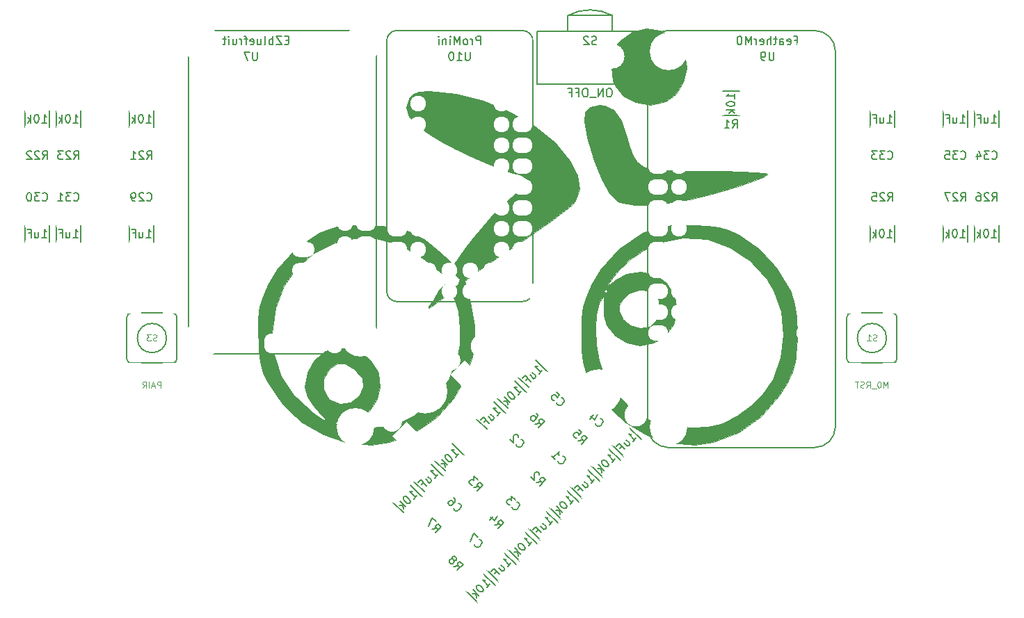
<source format=gbo>
%TF.GenerationSoftware,KiCad,Pcbnew,4.1.0-alpha+201609021633+7109~49~ubuntu16.04.1-product*%
%TF.CreationDate,2016-09-14T14:42:10+05:30*%
%TF.ProjectId,OTS2_main,4F5453325F6D61696E2E6B696361645F,rev?*%
%TF.FileFunction,Legend,Bot*%
%FSLAX46Y46*%
G04 Gerber Fmt 4.6, Leading zero omitted, Abs format (unit mm)*
G04 Created by KiCad (PCBNEW 4.1.0-alpha+201609021633+7109~49~ubuntu16.04.1-product) date Wed Sep 14 14:42:10 2016*
%MOMM*%
%LPD*%
G01*
G04 APERTURE LIST*
%ADD10C,0.101600*%
%ADD11C,0.010000*%
%ADD12C,0.150000*%
%ADD13C,0.127000*%
%ADD14C,0.152400*%
%ADD15C,2.800000*%
%ADD16C,5.400000*%
%ADD17C,3.000000*%
%ADD18O,2.813000X1.797000*%
%ADD19O,2.432000X1.797000*%
%ADD20C,4.572000*%
%ADD21O,2.432000X1.924000*%
%ADD22C,1.924000*%
%ADD23R,1.924000X2.178000*%
%ADD24O,1.924000X2.432000*%
%ADD25O,1.924000X1.924000*%
%ADD26O,1.797000X1.797000*%
%ADD27R,2.900000X2.400000*%
%ADD28R,2.400000X2.900000*%
%ADD29C,2.700000*%
%ADD30C,2.432000*%
%ADD31R,2.432000X2.432000*%
%ADD32O,2.432000X2.432000*%
G04 APERTURE END LIST*
D10*
D11*
G36*
X111643640Y-46612692D02*
X110199783Y-46761604D01*
X109066686Y-47066164D01*
X108036758Y-47540538D01*
X105158681Y-49506527D01*
X102872776Y-51989786D01*
X101718441Y-53907036D01*
X101106918Y-55282505D01*
X100750410Y-56530019D01*
X100585230Y-57975660D01*
X100547606Y-59901667D01*
X100591256Y-61839097D01*
X100755769Y-63241048D01*
X101102915Y-64416639D01*
X101694466Y-65674992D01*
X101705481Y-65696012D01*
X103522745Y-68365242D01*
X105840994Y-70531688D01*
X108519629Y-72125973D01*
X111418052Y-73078719D01*
X114395666Y-73320547D01*
X116529075Y-73010677D01*
X119649239Y-71805531D01*
X122385953Y-69882771D01*
X124639717Y-67322417D01*
X125624519Y-65696012D01*
X126219423Y-64436707D01*
X126569027Y-63266949D01*
X126734800Y-61878032D01*
X126778209Y-59961250D01*
X126778233Y-59932118D01*
X125079563Y-59932118D01*
X124730980Y-62751389D01*
X123798559Y-65350781D01*
X122474489Y-67320679D01*
X121139331Y-68565613D01*
X119488097Y-69769174D01*
X117894168Y-70668350D01*
X117475000Y-70842362D01*
X115989530Y-71139335D01*
X114026579Y-71210786D01*
X111919137Y-71076100D01*
X110000192Y-70754664D01*
X108733310Y-70333414D01*
X106688512Y-68981005D01*
X104800320Y-67095348D01*
X103360950Y-64978935D01*
X103154364Y-64558333D01*
X102667233Y-63026902D01*
X102365340Y-61136930D01*
X102260194Y-59165403D01*
X102363302Y-57389305D01*
X102686174Y-56085621D01*
X102793791Y-55880000D01*
X103187052Y-55283725D01*
X103283344Y-55407645D01*
X103256479Y-55880000D01*
X103262252Y-57577360D01*
X103642532Y-58807542D01*
X104502806Y-59906155D01*
X104530769Y-59934231D01*
X106042256Y-60933671D01*
X107702477Y-61230476D01*
X109328866Y-60901169D01*
X110738859Y-60022271D01*
X111749891Y-58670303D01*
X112154687Y-57022373D01*
X110012946Y-57022373D01*
X109628439Y-58236164D01*
X108840309Y-58926716D01*
X107700712Y-59101706D01*
X106512765Y-58782565D01*
X105579587Y-57990722D01*
X105550775Y-57947885D01*
X105084653Y-57068392D01*
X105141005Y-56345803D01*
X105448389Y-55725385D01*
X106333055Y-54870719D01*
X107095940Y-54610000D01*
X103716666Y-54610000D01*
X103505000Y-54821667D01*
X103293333Y-54610000D01*
X103505000Y-54398333D01*
X103716666Y-54610000D01*
X107095940Y-54610000D01*
X107584558Y-54443013D01*
X108845191Y-54520815D01*
X109459320Y-54844617D01*
X109963319Y-55749621D01*
X110012946Y-57022373D01*
X112154687Y-57022373D01*
X112179395Y-56921790D01*
X112183333Y-56726667D01*
X111815855Y-54953717D01*
X110835907Y-53556168D01*
X109427216Y-52621477D01*
X107773513Y-52237099D01*
X106058525Y-52490493D01*
X104777967Y-53201632D01*
X104013641Y-53786121D01*
X103792255Y-53851149D01*
X103993233Y-53403175D01*
X104080784Y-53238979D01*
X105002587Y-52052308D01*
X106438551Y-50773896D01*
X108112585Y-49615886D01*
X109748596Y-48790422D01*
X109979768Y-48706310D01*
X112939239Y-48117146D01*
X115853680Y-48318133D01*
X118597467Y-49256598D01*
X121044975Y-50879870D01*
X123070578Y-53135278D01*
X123921239Y-54551642D01*
X124818314Y-57122394D01*
X125079563Y-59932118D01*
X126778233Y-59932118D01*
X126778259Y-59901667D01*
X126714227Y-57736633D01*
X126487624Y-56114129D01*
X126050499Y-54737812D01*
X125879396Y-54346515D01*
X124277589Y-51732021D01*
X122107741Y-49428755D01*
X119620786Y-47703032D01*
X119618529Y-47701845D01*
X118431502Y-47137916D01*
X117319547Y-46798160D01*
X115997676Y-46628570D01*
X114180903Y-46575137D01*
X113665000Y-46573600D01*
X111643640Y-46612692D01*
X111643640Y-46612692D01*
G37*
X111643640Y-46612692D02*
X110199783Y-46761604D01*
X109066686Y-47066164D01*
X108036758Y-47540538D01*
X105158681Y-49506527D01*
X102872776Y-51989786D01*
X101718441Y-53907036D01*
X101106918Y-55282505D01*
X100750410Y-56530019D01*
X100585230Y-57975660D01*
X100547606Y-59901667D01*
X100591256Y-61839097D01*
X100755769Y-63241048D01*
X101102915Y-64416639D01*
X101694466Y-65674992D01*
X101705481Y-65696012D01*
X103522745Y-68365242D01*
X105840994Y-70531688D01*
X108519629Y-72125973D01*
X111418052Y-73078719D01*
X114395666Y-73320547D01*
X116529075Y-73010677D01*
X119649239Y-71805531D01*
X122385953Y-69882771D01*
X124639717Y-67322417D01*
X125624519Y-65696012D01*
X126219423Y-64436707D01*
X126569027Y-63266949D01*
X126734800Y-61878032D01*
X126778209Y-59961250D01*
X126778233Y-59932118D01*
X125079563Y-59932118D01*
X124730980Y-62751389D01*
X123798559Y-65350781D01*
X122474489Y-67320679D01*
X121139331Y-68565613D01*
X119488097Y-69769174D01*
X117894168Y-70668350D01*
X117475000Y-70842362D01*
X115989530Y-71139335D01*
X114026579Y-71210786D01*
X111919137Y-71076100D01*
X110000192Y-70754664D01*
X108733310Y-70333414D01*
X106688512Y-68981005D01*
X104800320Y-67095348D01*
X103360950Y-64978935D01*
X103154364Y-64558333D01*
X102667233Y-63026902D01*
X102365340Y-61136930D01*
X102260194Y-59165403D01*
X102363302Y-57389305D01*
X102686174Y-56085621D01*
X102793791Y-55880000D01*
X103187052Y-55283725D01*
X103283344Y-55407645D01*
X103256479Y-55880000D01*
X103262252Y-57577360D01*
X103642532Y-58807542D01*
X104502806Y-59906155D01*
X104530769Y-59934231D01*
X106042256Y-60933671D01*
X107702477Y-61230476D01*
X109328866Y-60901169D01*
X110738859Y-60022271D01*
X111749891Y-58670303D01*
X112154687Y-57022373D01*
X110012946Y-57022373D01*
X109628439Y-58236164D01*
X108840309Y-58926716D01*
X107700712Y-59101706D01*
X106512765Y-58782565D01*
X105579587Y-57990722D01*
X105550775Y-57947885D01*
X105084653Y-57068392D01*
X105141005Y-56345803D01*
X105448389Y-55725385D01*
X106333055Y-54870719D01*
X107095940Y-54610000D01*
X103716666Y-54610000D01*
X103505000Y-54821667D01*
X103293333Y-54610000D01*
X103505000Y-54398333D01*
X103716666Y-54610000D01*
X107095940Y-54610000D01*
X107584558Y-54443013D01*
X108845191Y-54520815D01*
X109459320Y-54844617D01*
X109963319Y-55749621D01*
X110012946Y-57022373D01*
X112154687Y-57022373D01*
X112179395Y-56921790D01*
X112183333Y-56726667D01*
X111815855Y-54953717D01*
X110835907Y-53556168D01*
X109427216Y-52621477D01*
X107773513Y-52237099D01*
X106058525Y-52490493D01*
X104777967Y-53201632D01*
X104013641Y-53786121D01*
X103792255Y-53851149D01*
X103993233Y-53403175D01*
X104080784Y-53238979D01*
X105002587Y-52052308D01*
X106438551Y-50773896D01*
X108112585Y-49615886D01*
X109748596Y-48790422D01*
X109979768Y-48706310D01*
X112939239Y-48117146D01*
X115853680Y-48318133D01*
X118597467Y-49256598D01*
X121044975Y-50879870D01*
X123070578Y-53135278D01*
X123921239Y-54551642D01*
X124818314Y-57122394D01*
X125079563Y-59932118D01*
X126778233Y-59932118D01*
X126778259Y-59901667D01*
X126714227Y-57736633D01*
X126487624Y-56114129D01*
X126050499Y-54737812D01*
X125879396Y-54346515D01*
X124277589Y-51732021D01*
X122107741Y-49428755D01*
X119620786Y-47703032D01*
X119618529Y-47701845D01*
X118431502Y-47137916D01*
X117319547Y-46798160D01*
X115997676Y-46628570D01*
X114180903Y-46575137D01*
X113665000Y-46573600D01*
X111643640Y-46612692D01*
G36*
X80706499Y-30353799D02*
X79946830Y-30665232D01*
X79565564Y-31154429D01*
X79239846Y-32278396D01*
X79561395Y-33357918D01*
X80586679Y-34488895D01*
X82227222Y-35674772D01*
X83501514Y-36410389D01*
X85182580Y-37267361D01*
X87079236Y-38161546D01*
X89000299Y-39008803D01*
X90754583Y-39724991D01*
X92150904Y-40225968D01*
X92998077Y-40427592D01*
X93028152Y-40428333D01*
X93628711Y-40720129D01*
X93974177Y-41056317D01*
X94225646Y-41576097D01*
X93789688Y-41945616D01*
X93496845Y-42066517D01*
X92643351Y-42615317D01*
X91429242Y-43680238D01*
X90006854Y-45103812D01*
X88528523Y-46728570D01*
X87146587Y-48397043D01*
X86369992Y-49433477D01*
X84933100Y-51453621D01*
X83424050Y-50007528D01*
X81473375Y-48378687D01*
X79519913Y-47328154D01*
X77305754Y-46758890D01*
X74572994Y-46573860D01*
X74295000Y-46572738D01*
X72272997Y-46612362D01*
X70828478Y-46761815D01*
X69694676Y-47066968D01*
X68666758Y-47540538D01*
X65788681Y-49506527D01*
X63502776Y-51989786D01*
X62348441Y-53907036D01*
X61739852Y-55272193D01*
X61385892Y-56501808D01*
X61224018Y-57920065D01*
X61191689Y-59851150D01*
X61191959Y-59901667D01*
X61246109Y-61860732D01*
X61423854Y-63287377D01*
X61787548Y-64493628D01*
X62349834Y-65696012D01*
X64145460Y-68354764D01*
X66449886Y-70517111D01*
X69120572Y-72112647D01*
X72014974Y-73070966D01*
X74990550Y-73321664D01*
X77159075Y-73010677D01*
X80238372Y-71835967D01*
X82868502Y-70029861D01*
X84982040Y-67708382D01*
X86511560Y-64987555D01*
X87389637Y-61983404D01*
X87535634Y-59075116D01*
X85778051Y-59075116D01*
X85726528Y-61166096D01*
X85520251Y-62412831D01*
X84399711Y-65361321D01*
X82596036Y-67837504D01*
X80170916Y-69771665D01*
X78124810Y-70770294D01*
X76867625Y-71065005D01*
X75177949Y-71227252D01*
X73384547Y-71250745D01*
X71816180Y-71129195D01*
X70908333Y-70908333D01*
X70490371Y-70667674D01*
X70774520Y-70551180D01*
X71554972Y-70514754D01*
X73362816Y-70126682D01*
X74757228Y-69160588D01*
X75672195Y-67794549D01*
X76017433Y-66310933D01*
X73984816Y-66310933D01*
X73424328Y-67427472D01*
X72432355Y-68190552D01*
X71165895Y-68321655D01*
X69936071Y-67800286D01*
X69777500Y-67667722D01*
X69104428Y-66556521D01*
X69149315Y-65271750D01*
X69850000Y-64135000D01*
X70807651Y-63429377D01*
X71739265Y-63418368D01*
X72889218Y-64104381D01*
X72967910Y-64165725D01*
X73885877Y-65204109D01*
X73984816Y-66310933D01*
X76017433Y-66310933D01*
X76041703Y-66206640D01*
X75799736Y-64574939D01*
X74880282Y-63077522D01*
X74459791Y-62678852D01*
X72770813Y-61721035D01*
X71033025Y-61504261D01*
X69411256Y-61950303D01*
X68070336Y-62980935D01*
X67175096Y-64517929D01*
X66886666Y-66272977D01*
X67171424Y-67531507D01*
X68106595Y-68819837D01*
X68326000Y-69045667D01*
X69228357Y-70002092D01*
X69487487Y-70414137D01*
X69112579Y-70277048D01*
X68112822Y-69586075D01*
X67773292Y-69331512D01*
X65481738Y-67241801D01*
X63959947Y-64968095D01*
X63131643Y-62358995D01*
X62915781Y-59690000D01*
X63286583Y-56631254D01*
X64321082Y-53965682D01*
X65909830Y-51741364D01*
X67943377Y-50006382D01*
X70312274Y-48808817D01*
X72907073Y-48196749D01*
X75618324Y-48218260D01*
X78336577Y-48921431D01*
X80952385Y-50354343D01*
X82087008Y-51268071D01*
X83307213Y-52269588D01*
X84086693Y-52696686D01*
X84348952Y-52604946D01*
X84634376Y-52304079D01*
X85223963Y-52643923D01*
X85254070Y-52668634D01*
X85743620Y-53197018D01*
X85552025Y-53681778D01*
X85307604Y-53938634D01*
X84732643Y-54369811D01*
X84348501Y-54138205D01*
X84274366Y-54025000D01*
X83924660Y-53781684D01*
X83457991Y-54200491D01*
X83150914Y-54660000D01*
X82484985Y-55696921D01*
X81944808Y-56490784D01*
X81940405Y-56496845D01*
X81965052Y-56637483D01*
X82520679Y-56319807D01*
X83049494Y-55940065D01*
X84014248Y-55251443D01*
X84546103Y-55047885D01*
X84871143Y-55282868D01*
X85018546Y-55534887D01*
X85533350Y-57078678D01*
X85778051Y-59075116D01*
X87535634Y-59075116D01*
X87548846Y-58811952D01*
X87046917Y-55995938D01*
X86675891Y-54678522D01*
X86426471Y-53714143D01*
X86360000Y-53375141D01*
X86695921Y-53070875D01*
X87629554Y-52381727D01*
X89049705Y-51385736D01*
X90845182Y-50160941D01*
X92815833Y-48844235D01*
X94916316Y-47423792D01*
X96789146Y-46100438D01*
X98310084Y-44966512D01*
X99354890Y-44114352D01*
X99785832Y-43663940D01*
X100270211Y-42152342D01*
X100031710Y-40500103D01*
X99124058Y-38692521D01*
X97294729Y-36491335D01*
X94808781Y-34489218D01*
X91849229Y-32776325D01*
X88599086Y-31442810D01*
X85241366Y-30578830D01*
X82035728Y-30274590D01*
X80706499Y-30353799D01*
X80706499Y-30353799D01*
G37*
X80706499Y-30353799D02*
X79946830Y-30665232D01*
X79565564Y-31154429D01*
X79239846Y-32278396D01*
X79561395Y-33357918D01*
X80586679Y-34488895D01*
X82227222Y-35674772D01*
X83501514Y-36410389D01*
X85182580Y-37267361D01*
X87079236Y-38161546D01*
X89000299Y-39008803D01*
X90754583Y-39724991D01*
X92150904Y-40225968D01*
X92998077Y-40427592D01*
X93028152Y-40428333D01*
X93628711Y-40720129D01*
X93974177Y-41056317D01*
X94225646Y-41576097D01*
X93789688Y-41945616D01*
X93496845Y-42066517D01*
X92643351Y-42615317D01*
X91429242Y-43680238D01*
X90006854Y-45103812D01*
X88528523Y-46728570D01*
X87146587Y-48397043D01*
X86369992Y-49433477D01*
X84933100Y-51453621D01*
X83424050Y-50007528D01*
X81473375Y-48378687D01*
X79519913Y-47328154D01*
X77305754Y-46758890D01*
X74572994Y-46573860D01*
X74295000Y-46572738D01*
X72272997Y-46612362D01*
X70828478Y-46761815D01*
X69694676Y-47066968D01*
X68666758Y-47540538D01*
X65788681Y-49506527D01*
X63502776Y-51989786D01*
X62348441Y-53907036D01*
X61739852Y-55272193D01*
X61385892Y-56501808D01*
X61224018Y-57920065D01*
X61191689Y-59851150D01*
X61191959Y-59901667D01*
X61246109Y-61860732D01*
X61423854Y-63287377D01*
X61787548Y-64493628D01*
X62349834Y-65696012D01*
X64145460Y-68354764D01*
X66449886Y-70517111D01*
X69120572Y-72112647D01*
X72014974Y-73070966D01*
X74990550Y-73321664D01*
X77159075Y-73010677D01*
X80238372Y-71835967D01*
X82868502Y-70029861D01*
X84982040Y-67708382D01*
X86511560Y-64987555D01*
X87389637Y-61983404D01*
X87535634Y-59075116D01*
X85778051Y-59075116D01*
X85726528Y-61166096D01*
X85520251Y-62412831D01*
X84399711Y-65361321D01*
X82596036Y-67837504D01*
X80170916Y-69771665D01*
X78124810Y-70770294D01*
X76867625Y-71065005D01*
X75177949Y-71227252D01*
X73384547Y-71250745D01*
X71816180Y-71129195D01*
X70908333Y-70908333D01*
X70490371Y-70667674D01*
X70774520Y-70551180D01*
X71554972Y-70514754D01*
X73362816Y-70126682D01*
X74757228Y-69160588D01*
X75672195Y-67794549D01*
X76017433Y-66310933D01*
X73984816Y-66310933D01*
X73424328Y-67427472D01*
X72432355Y-68190552D01*
X71165895Y-68321655D01*
X69936071Y-67800286D01*
X69777500Y-67667722D01*
X69104428Y-66556521D01*
X69149315Y-65271750D01*
X69850000Y-64135000D01*
X70807651Y-63429377D01*
X71739265Y-63418368D01*
X72889218Y-64104381D01*
X72967910Y-64165725D01*
X73885877Y-65204109D01*
X73984816Y-66310933D01*
X76017433Y-66310933D01*
X76041703Y-66206640D01*
X75799736Y-64574939D01*
X74880282Y-63077522D01*
X74459791Y-62678852D01*
X72770813Y-61721035D01*
X71033025Y-61504261D01*
X69411256Y-61950303D01*
X68070336Y-62980935D01*
X67175096Y-64517929D01*
X66886666Y-66272977D01*
X67171424Y-67531507D01*
X68106595Y-68819837D01*
X68326000Y-69045667D01*
X69228357Y-70002092D01*
X69487487Y-70414137D01*
X69112579Y-70277048D01*
X68112822Y-69586075D01*
X67773292Y-69331512D01*
X65481738Y-67241801D01*
X63959947Y-64968095D01*
X63131643Y-62358995D01*
X62915781Y-59690000D01*
X63286583Y-56631254D01*
X64321082Y-53965682D01*
X65909830Y-51741364D01*
X67943377Y-50006382D01*
X70312274Y-48808817D01*
X72907073Y-48196749D01*
X75618324Y-48218260D01*
X78336577Y-48921431D01*
X80952385Y-50354343D01*
X82087008Y-51268071D01*
X83307213Y-52269588D01*
X84086693Y-52696686D01*
X84348952Y-52604946D01*
X84634376Y-52304079D01*
X85223963Y-52643923D01*
X85254070Y-52668634D01*
X85743620Y-53197018D01*
X85552025Y-53681778D01*
X85307604Y-53938634D01*
X84732643Y-54369811D01*
X84348501Y-54138205D01*
X84274366Y-54025000D01*
X83924660Y-53781684D01*
X83457991Y-54200491D01*
X83150914Y-54660000D01*
X82484985Y-55696921D01*
X81944808Y-56490784D01*
X81940405Y-56496845D01*
X81965052Y-56637483D01*
X82520679Y-56319807D01*
X83049494Y-55940065D01*
X84014248Y-55251443D01*
X84546103Y-55047885D01*
X84871143Y-55282868D01*
X85018546Y-55534887D01*
X85533350Y-57078678D01*
X85778051Y-59075116D01*
X87535634Y-59075116D01*
X87548846Y-58811952D01*
X87046917Y-55995938D01*
X86675891Y-54678522D01*
X86426471Y-53714143D01*
X86360000Y-53375141D01*
X86695921Y-53070875D01*
X87629554Y-52381727D01*
X89049705Y-51385736D01*
X90845182Y-50160941D01*
X92815833Y-48844235D01*
X94916316Y-47423792D01*
X96789146Y-46100438D01*
X98310084Y-44966512D01*
X99354890Y-44114352D01*
X99785832Y-43663940D01*
X100270211Y-42152342D01*
X100031710Y-40500103D01*
X99124058Y-38692521D01*
X97294729Y-36491335D01*
X94808781Y-34489218D01*
X91849229Y-32776325D01*
X88599086Y-31442810D01*
X85241366Y-30578830D01*
X82035728Y-30274590D01*
X80706499Y-30353799D01*
G36*
X101633977Y-32158165D02*
X101017253Y-32808557D01*
X100897568Y-34004185D01*
X101239997Y-35836393D01*
X101264724Y-35931509D01*
X102103909Y-38697675D01*
X103026397Y-40979123D01*
X103978762Y-42668894D01*
X104907580Y-43660028D01*
X105203458Y-43816948D01*
X106971161Y-44154095D01*
X109422357Y-44099955D01*
X112491330Y-43657619D01*
X113665000Y-43419091D01*
X115769043Y-42922688D01*
X117877427Y-42354708D01*
X119831075Y-41766492D01*
X121470908Y-41209379D01*
X122637852Y-40734710D01*
X123172827Y-40393825D01*
X123190000Y-40345007D01*
X122789292Y-40234827D01*
X121677585Y-40139539D01*
X119990500Y-40065381D01*
X117863661Y-40018592D01*
X115798158Y-40005000D01*
X112910111Y-39996927D01*
X110744908Y-39937000D01*
X109178725Y-39771652D01*
X108087741Y-39447321D01*
X107348132Y-38910441D01*
X106836078Y-38107448D01*
X106427756Y-36984777D01*
X106088094Y-35804498D01*
X105358375Y-33809214D01*
X104470086Y-32573425D01*
X103352145Y-32014490D01*
X102782668Y-31961667D01*
X101633977Y-32158165D01*
X101633977Y-32158165D01*
G37*
X101633977Y-32158165D02*
X101017253Y-32808557D01*
X100897568Y-34004185D01*
X101239997Y-35836393D01*
X101264724Y-35931509D01*
X102103909Y-38697675D01*
X103026397Y-40979123D01*
X103978762Y-42668894D01*
X104907580Y-43660028D01*
X105203458Y-43816948D01*
X106971161Y-44154095D01*
X109422357Y-44099955D01*
X112491330Y-43657619D01*
X113665000Y-43419091D01*
X115769043Y-42922688D01*
X117877427Y-42354708D01*
X119831075Y-41766492D01*
X121470908Y-41209379D01*
X122637852Y-40734710D01*
X123172827Y-40393825D01*
X123190000Y-40345007D01*
X122789292Y-40234827D01*
X121677585Y-40139539D01*
X119990500Y-40065381D01*
X117863661Y-40018592D01*
X115798158Y-40005000D01*
X112910111Y-39996927D01*
X110744908Y-39937000D01*
X109178725Y-39771652D01*
X108087741Y-39447321D01*
X107348132Y-38910441D01*
X106836078Y-38107448D01*
X106427756Y-36984777D01*
X106088094Y-35804498D01*
X105358375Y-33809214D01*
X104470086Y-32573425D01*
X103352145Y-32014490D01*
X102782668Y-31961667D01*
X101633977Y-32158165D01*
G36*
X106710634Y-23072369D02*
X105190394Y-24156578D01*
X104890246Y-24497047D01*
X104340993Y-25718822D01*
X104165840Y-27331477D01*
X104386632Y-28955982D01*
X104599406Y-29543449D01*
X105614415Y-30826219D01*
X107140065Y-31637036D01*
X108938648Y-31899950D01*
X110772457Y-31539013D01*
X110804824Y-31526131D01*
X112035053Y-30617380D01*
X112919625Y-29169184D01*
X113313673Y-27464612D01*
X113290039Y-26670000D01*
X112711390Y-24903456D01*
X111583828Y-23613779D01*
X110087649Y-22847612D01*
X108403152Y-22651595D01*
X106710634Y-23072369D01*
X106710634Y-23072369D01*
G37*
X106710634Y-23072369D02*
X105190394Y-24156578D01*
X104890246Y-24497047D01*
X104340993Y-25718822D01*
X104165840Y-27331477D01*
X104386632Y-28955982D01*
X104599406Y-29543449D01*
X105614415Y-30826219D01*
X107140065Y-31637036D01*
X108938648Y-31899950D01*
X110772457Y-31539013D01*
X110804824Y-31526131D01*
X112035053Y-30617380D01*
X112919625Y-29169184D01*
X113313673Y-27464612D01*
X113290039Y-26670000D01*
X112711390Y-24903456D01*
X111583828Y-23613779D01*
X110087649Y-22847612D01*
X108403152Y-22651595D01*
X106710634Y-23072369D01*
D12*
X128905000Y-73660000D02*
X111125000Y-73660000D01*
X131445000Y-25400000D02*
X131445000Y-71120000D01*
X111125000Y-22860000D02*
X128905000Y-22860000D01*
X108585000Y-71120000D02*
X108585000Y-25400000D01*
X108585000Y-25400000D02*
G75*
G02X111125000Y-22860000I2540000J0D01*
G01*
X128905000Y-22860000D02*
G75*
G02X131445000Y-25400000I0J-2540000D01*
G01*
X131445000Y-71120000D02*
G75*
G02X128905000Y-73660000I-2540000J0D01*
G01*
X111125000Y-73660000D02*
G75*
G02X108585000Y-71120000I0J2540000D01*
G01*
D13*
X132842000Y-62865000D02*
X132842000Y-57785000D01*
X138430000Y-63373000D02*
X133350000Y-63373000D01*
X138938000Y-57785000D02*
X138938000Y-62865000D01*
X133350000Y-57277000D02*
X138430000Y-57277000D01*
X138938000Y-62865000D02*
G75*
G02X138430000Y-63373000I-508000J0D01*
G01*
X138430000Y-57277000D02*
G75*
G02X138938000Y-57785000I0J-508000D01*
G01*
X132842000Y-57785000D02*
G75*
G02X133350000Y-57277000I508000J0D01*
G01*
X133350000Y-63373000D02*
G75*
G02X132842000Y-62865000I0J508000D01*
G01*
X137668000Y-60325000D02*
G75*
G03X137668000Y-60325000I-1778000J0D01*
G01*
D12*
X54610000Y-62230000D02*
X73660000Y-62230000D01*
X52705000Y-24765000D02*
X52705000Y-60325000D01*
X73660000Y-22860000D02*
X54610000Y-22860000D01*
X75565000Y-60325000D02*
X75565000Y-24765000D01*
X75565000Y-60325000D02*
G75*
G02X73660000Y-62230000I-1905000J0D01*
G01*
X54610000Y-62230000D02*
G75*
G02X52705000Y-60325000I0J1905000D01*
G01*
X52705000Y-24765000D02*
G75*
G02X54610000Y-22860000I1905000J0D01*
G01*
X73660000Y-22860000D02*
G75*
G02X75565000Y-24765000I0J-1905000D01*
G01*
X147525000Y-32655000D02*
X147525000Y-34655000D01*
X144575000Y-34655000D02*
X144575000Y-32655000D01*
X151335000Y-32655000D02*
X151335000Y-34655000D01*
X148385000Y-34655000D02*
X148385000Y-32655000D01*
X138635000Y-32655000D02*
X138635000Y-34655000D01*
X135685000Y-34655000D02*
X135685000Y-32655000D01*
X36625000Y-48625000D02*
X36625000Y-46625000D01*
X39575000Y-46625000D02*
X39575000Y-48625000D01*
X32815000Y-48625000D02*
X32815000Y-46625000D01*
X35765000Y-46625000D02*
X35765000Y-48625000D01*
X45515000Y-48625000D02*
X45515000Y-46625000D01*
X48465000Y-46625000D02*
X48465000Y-48625000D01*
X91140876Y-86514911D02*
X92555089Y-87929124D01*
X90469124Y-90015089D02*
X89054911Y-88600876D01*
X82250876Y-75719911D02*
X83665089Y-77134124D01*
X81579124Y-79220089D02*
X80164911Y-77805876D01*
X94279124Y-66520089D02*
X92864911Y-65105876D01*
X94950876Y-63019911D02*
X96365089Y-64434124D01*
X105709124Y-74775089D02*
X104294911Y-73360876D01*
X106380876Y-71274911D02*
X107795089Y-72689124D01*
X95549124Y-84935089D02*
X94134911Y-83520876D01*
X96220876Y-81434911D02*
X97635089Y-82849124D01*
X89199124Y-71600089D02*
X87784911Y-70185876D01*
X89870876Y-68099911D02*
X91285089Y-69514124D01*
X100629124Y-79855089D02*
X99214911Y-78440876D01*
X101300876Y-76354911D02*
X102715089Y-77769124D01*
X144575000Y-46625000D02*
X144575000Y-48625000D01*
X147525000Y-48625000D02*
X147525000Y-46625000D01*
X148385000Y-46625000D02*
X148385000Y-48625000D01*
X151335000Y-48625000D02*
X151335000Y-46625000D01*
X135685000Y-46625000D02*
X135685000Y-48625000D01*
X138635000Y-48625000D02*
X138635000Y-46625000D01*
X39575000Y-34655000D02*
X39575000Y-32655000D01*
X36625000Y-32655000D02*
X36625000Y-34655000D01*
X35765000Y-34655000D02*
X35765000Y-32655000D01*
X32815000Y-32655000D02*
X32815000Y-34655000D01*
X48465000Y-34655000D02*
X48465000Y-32655000D01*
X45515000Y-32655000D02*
X45515000Y-34655000D01*
X90015089Y-90469124D02*
X88600876Y-89054911D01*
X86514911Y-91140876D02*
X87929124Y-92555089D01*
X81125089Y-79674124D02*
X79710876Y-78259911D01*
X77624911Y-80345876D02*
X79039124Y-81760089D01*
X90324911Y-67645876D02*
X91739124Y-69060089D01*
X93825089Y-66974124D02*
X92410876Y-65559911D01*
X101754911Y-75900876D02*
X103169124Y-77315089D01*
X105255089Y-75229124D02*
X103840876Y-73814911D01*
X91594911Y-86060876D02*
X93009124Y-87475089D01*
X95095089Y-85389124D02*
X93680876Y-83974911D01*
X82704911Y-75265876D02*
X84119124Y-76680089D01*
X86205089Y-74594124D02*
X84790876Y-73179911D01*
X96674911Y-80980876D02*
X98089124Y-82395089D01*
X100175089Y-80309124D02*
X98760876Y-78894911D01*
X117745000Y-33225000D02*
X119745000Y-33225000D01*
X119745000Y-30275000D02*
X117745000Y-30275000D01*
D14*
X78105000Y-22860000D02*
X93345000Y-22860000D01*
X93345000Y-55880000D02*
X78105000Y-55880000D01*
D12*
X94615000Y-54610000D02*
G75*
G02X93345000Y-55880000I-1270000J0D01*
G01*
X78105000Y-55880000D02*
G75*
G02X76835000Y-54610000I0J1270000D01*
G01*
X76835000Y-24130000D02*
G75*
G02X78105000Y-22860000I1270000J0D01*
G01*
X93345000Y-22860000D02*
G75*
G02X94615000Y-24130000I0J-1270000D01*
G01*
X76835000Y-54610000D02*
X76835000Y-24130000D01*
X94615000Y-24130000D02*
X94615000Y-54610000D01*
X98900000Y-21035000D02*
G75*
G02X104300000Y-21035000I2700000J-5000000D01*
G01*
X104300000Y-21035000D02*
X98900000Y-21035000D01*
X104300000Y-22935000D02*
X104300000Y-21035000D01*
X98900000Y-21035000D02*
X98900000Y-22935000D01*
X95100000Y-29435000D02*
X95100000Y-22935000D01*
X95100000Y-22935000D02*
X108100000Y-22935000D01*
X108100000Y-22935000D02*
X108100000Y-29435000D01*
X108100000Y-29435000D02*
X95100000Y-29435000D01*
D13*
X45212000Y-62865000D02*
X45212000Y-57785000D01*
X50800000Y-63373000D02*
X45720000Y-63373000D01*
X51308000Y-57785000D02*
X51308000Y-62865000D01*
X45720000Y-57277000D02*
X50800000Y-57277000D01*
X51308000Y-62865000D02*
G75*
G02X50800000Y-63373000I-508000J0D01*
G01*
X50800000Y-57277000D02*
G75*
G02X51308000Y-57785000I0J-508000D01*
G01*
X45212000Y-57785000D02*
G75*
G02X45720000Y-57277000I508000J0D01*
G01*
X45720000Y-63373000D02*
G75*
G02X45212000Y-62865000I0J508000D01*
G01*
X50038000Y-60325000D02*
G75*
G03X50038000Y-60325000I-1778000J0D01*
G01*
D14*
X123964095Y-25478619D02*
X123964095Y-26301095D01*
X123915714Y-26397857D01*
X123867333Y-26446238D01*
X123770571Y-26494619D01*
X123577047Y-26494619D01*
X123480285Y-26446238D01*
X123431904Y-26397857D01*
X123383523Y-26301095D01*
X123383523Y-25478619D01*
X122851333Y-26494619D02*
X122657809Y-26494619D01*
X122561047Y-26446238D01*
X122512666Y-26397857D01*
X122415904Y-26252714D01*
X122367523Y-26059190D01*
X122367523Y-25672142D01*
X122415904Y-25575380D01*
X122464285Y-25527000D01*
X122561047Y-25478619D01*
X122754571Y-25478619D01*
X122851333Y-25527000D01*
X122899714Y-25575380D01*
X122948095Y-25672142D01*
X122948095Y-25914047D01*
X122899714Y-26010809D01*
X122851333Y-26059190D01*
X122754571Y-26107571D01*
X122561047Y-26107571D01*
X122464285Y-26059190D01*
X122415904Y-26010809D01*
X122367523Y-25914047D01*
X126504095Y-24057428D02*
X126842761Y-24057428D01*
X126842761Y-24589619D02*
X126842761Y-23573619D01*
X126358952Y-23573619D01*
X125584857Y-24541238D02*
X125681619Y-24589619D01*
X125875142Y-24589619D01*
X125971904Y-24541238D01*
X126020285Y-24444476D01*
X126020285Y-24057428D01*
X125971904Y-23960666D01*
X125875142Y-23912285D01*
X125681619Y-23912285D01*
X125584857Y-23960666D01*
X125536476Y-24057428D01*
X125536476Y-24154190D01*
X126020285Y-24250952D01*
X124665619Y-24589619D02*
X124665619Y-24057428D01*
X124714000Y-23960666D01*
X124810761Y-23912285D01*
X125004285Y-23912285D01*
X125101047Y-23960666D01*
X124665619Y-24541238D02*
X124762380Y-24589619D01*
X125004285Y-24589619D01*
X125101047Y-24541238D01*
X125149428Y-24444476D01*
X125149428Y-24347714D01*
X125101047Y-24250952D01*
X125004285Y-24202571D01*
X124762380Y-24202571D01*
X124665619Y-24154190D01*
X124326952Y-23912285D02*
X123939904Y-23912285D01*
X124181809Y-23573619D02*
X124181809Y-24444476D01*
X124133428Y-24541238D01*
X124036666Y-24589619D01*
X123939904Y-24589619D01*
X123601238Y-24589619D02*
X123601238Y-23573619D01*
X123165809Y-24589619D02*
X123165809Y-24057428D01*
X123214190Y-23960666D01*
X123310952Y-23912285D01*
X123456095Y-23912285D01*
X123552857Y-23960666D01*
X123601238Y-24009047D01*
X122294952Y-24541238D02*
X122391714Y-24589619D01*
X122585238Y-24589619D01*
X122682000Y-24541238D01*
X122730380Y-24444476D01*
X122730380Y-24057428D01*
X122682000Y-23960666D01*
X122585238Y-23912285D01*
X122391714Y-23912285D01*
X122294952Y-23960666D01*
X122246571Y-24057428D01*
X122246571Y-24154190D01*
X122730380Y-24250952D01*
X121811142Y-24589619D02*
X121811142Y-23912285D01*
X121811142Y-24105809D02*
X121762761Y-24009047D01*
X121714380Y-23960666D01*
X121617619Y-23912285D01*
X121520857Y-23912285D01*
X121182190Y-24589619D02*
X121182190Y-23573619D01*
X120843523Y-24299333D01*
X120504857Y-23573619D01*
X120504857Y-24589619D01*
X119827523Y-23573619D02*
X119730761Y-23573619D01*
X119634000Y-23622000D01*
X119585619Y-23670380D01*
X119537238Y-23767142D01*
X119488857Y-23960666D01*
X119488857Y-24202571D01*
X119537238Y-24396095D01*
X119585619Y-24492857D01*
X119634000Y-24541238D01*
X119730761Y-24589619D01*
X119827523Y-24589619D01*
X119924285Y-24541238D01*
X119972666Y-24492857D01*
X120021047Y-24396095D01*
X120069428Y-24202571D01*
X120069428Y-23960666D01*
X120021047Y-23767142D01*
X119972666Y-23670380D01*
X119924285Y-23622000D01*
X119827523Y-23573619D01*
D10*
X136470571Y-60633428D02*
X136361714Y-60669714D01*
X136180285Y-60669714D01*
X136107714Y-60633428D01*
X136071428Y-60597142D01*
X136035142Y-60524571D01*
X136035142Y-60452000D01*
X136071428Y-60379428D01*
X136107714Y-60343142D01*
X136180285Y-60306857D01*
X136325428Y-60270571D01*
X136398000Y-60234285D01*
X136434285Y-60198000D01*
X136470571Y-60125428D01*
X136470571Y-60052857D01*
X136434285Y-59980285D01*
X136398000Y-59944000D01*
X136325428Y-59907714D01*
X136144000Y-59907714D01*
X136035142Y-59944000D01*
X135309428Y-60669714D02*
X135744857Y-60669714D01*
X135527142Y-60669714D02*
X135527142Y-59907714D01*
X135599714Y-60016571D01*
X135672285Y-60089142D01*
X135744857Y-60125428D01*
X137831285Y-66384714D02*
X137831285Y-65622714D01*
X137577285Y-66167000D01*
X137323285Y-65622714D01*
X137323285Y-66384714D01*
X136815285Y-65622714D02*
X136742714Y-65622714D01*
X136670142Y-65659000D01*
X136633857Y-65695285D01*
X136597571Y-65767857D01*
X136561285Y-65913000D01*
X136561285Y-66094428D01*
X136597571Y-66239571D01*
X136633857Y-66312142D01*
X136670142Y-66348428D01*
X136742714Y-66384714D01*
X136815285Y-66384714D01*
X136887857Y-66348428D01*
X136924142Y-66312142D01*
X136960428Y-66239571D01*
X136996714Y-66094428D01*
X136996714Y-65913000D01*
X136960428Y-65767857D01*
X136924142Y-65695285D01*
X136887857Y-65659000D01*
X136815285Y-65622714D01*
X136416142Y-66457285D02*
X135835571Y-66457285D01*
X135218714Y-66384714D02*
X135472714Y-66021857D01*
X135654142Y-66384714D02*
X135654142Y-65622714D01*
X135363857Y-65622714D01*
X135291285Y-65659000D01*
X135255000Y-65695285D01*
X135218714Y-65767857D01*
X135218714Y-65876714D01*
X135255000Y-65949285D01*
X135291285Y-65985571D01*
X135363857Y-66021857D01*
X135654142Y-66021857D01*
X134928428Y-66348428D02*
X134819571Y-66384714D01*
X134638142Y-66384714D01*
X134565571Y-66348428D01*
X134529285Y-66312142D01*
X134493000Y-66239571D01*
X134493000Y-66167000D01*
X134529285Y-66094428D01*
X134565571Y-66058142D01*
X134638142Y-66021857D01*
X134783285Y-65985571D01*
X134855857Y-65949285D01*
X134892142Y-65913000D01*
X134928428Y-65840428D01*
X134928428Y-65767857D01*
X134892142Y-65695285D01*
X134855857Y-65659000D01*
X134783285Y-65622714D01*
X134601857Y-65622714D01*
X134493000Y-65659000D01*
X134275285Y-65622714D02*
X133839857Y-65622714D01*
X134057571Y-66384714D02*
X134057571Y-65622714D01*
D14*
X61099095Y-25478619D02*
X61099095Y-26301095D01*
X61050714Y-26397857D01*
X61002333Y-26446238D01*
X60905571Y-26494619D01*
X60712047Y-26494619D01*
X60615285Y-26446238D01*
X60566904Y-26397857D01*
X60518523Y-26301095D01*
X60518523Y-25478619D01*
X60131476Y-25478619D02*
X59454142Y-25478619D01*
X59889571Y-26494619D01*
X64878857Y-24057428D02*
X64540190Y-24057428D01*
X64395047Y-24589619D02*
X64878857Y-24589619D01*
X64878857Y-23573619D01*
X64395047Y-23573619D01*
X64056380Y-23573619D02*
X63379047Y-23573619D01*
X64056380Y-24589619D01*
X63379047Y-24589619D01*
X62992000Y-24589619D02*
X62992000Y-23573619D01*
X62992000Y-23960666D02*
X62895238Y-23912285D01*
X62701714Y-23912285D01*
X62604952Y-23960666D01*
X62556571Y-24009047D01*
X62508190Y-24105809D01*
X62508190Y-24396095D01*
X62556571Y-24492857D01*
X62604952Y-24541238D01*
X62701714Y-24589619D01*
X62895238Y-24589619D01*
X62992000Y-24541238D01*
X61927619Y-24589619D02*
X62024380Y-24541238D01*
X62072761Y-24444476D01*
X62072761Y-23573619D01*
X61105142Y-23912285D02*
X61105142Y-24589619D01*
X61540571Y-23912285D02*
X61540571Y-24444476D01*
X61492190Y-24541238D01*
X61395428Y-24589619D01*
X61250285Y-24589619D01*
X61153523Y-24541238D01*
X61105142Y-24492857D01*
X60234285Y-24541238D02*
X60331047Y-24589619D01*
X60524571Y-24589619D01*
X60621333Y-24541238D01*
X60669714Y-24444476D01*
X60669714Y-24057428D01*
X60621333Y-23960666D01*
X60524571Y-23912285D01*
X60331047Y-23912285D01*
X60234285Y-23960666D01*
X60185904Y-24057428D01*
X60185904Y-24154190D01*
X60669714Y-24250952D01*
X59895619Y-23912285D02*
X59508571Y-23912285D01*
X59750476Y-24589619D02*
X59750476Y-23718761D01*
X59702095Y-23622000D01*
X59605333Y-23573619D01*
X59508571Y-23573619D01*
X59169904Y-24589619D02*
X59169904Y-23912285D01*
X59169904Y-24105809D02*
X59121523Y-24009047D01*
X59073142Y-23960666D01*
X58976380Y-23912285D01*
X58879619Y-23912285D01*
X58105523Y-23912285D02*
X58105523Y-24589619D01*
X58540952Y-23912285D02*
X58540952Y-24444476D01*
X58492571Y-24541238D01*
X58395809Y-24589619D01*
X58250666Y-24589619D01*
X58153904Y-24541238D01*
X58105523Y-24492857D01*
X57621714Y-24589619D02*
X57621714Y-23912285D01*
X57621714Y-23573619D02*
X57670095Y-23622000D01*
X57621714Y-23670380D01*
X57573333Y-23622000D01*
X57621714Y-23573619D01*
X57621714Y-23670380D01*
X57283047Y-23912285D02*
X56896000Y-23912285D01*
X57137904Y-23573619D02*
X57137904Y-24444476D01*
X57089523Y-24541238D01*
X56992761Y-24589619D01*
X56896000Y-24589619D01*
D12*
X146692857Y-38457142D02*
X146740476Y-38504761D01*
X146883333Y-38552380D01*
X146978571Y-38552380D01*
X147121428Y-38504761D01*
X147216666Y-38409523D01*
X147264285Y-38314285D01*
X147311904Y-38123809D01*
X147311904Y-37980952D01*
X147264285Y-37790476D01*
X147216666Y-37695238D01*
X147121428Y-37600000D01*
X146978571Y-37552380D01*
X146883333Y-37552380D01*
X146740476Y-37600000D01*
X146692857Y-37647619D01*
X146359523Y-37552380D02*
X145740476Y-37552380D01*
X146073809Y-37933333D01*
X145930952Y-37933333D01*
X145835714Y-37980952D01*
X145788095Y-38028571D01*
X145740476Y-38123809D01*
X145740476Y-38361904D01*
X145788095Y-38457142D01*
X145835714Y-38504761D01*
X145930952Y-38552380D01*
X146216666Y-38552380D01*
X146311904Y-38504761D01*
X146359523Y-38457142D01*
X144835714Y-37552380D02*
X145311904Y-37552380D01*
X145359523Y-38028571D01*
X145311904Y-37980952D01*
X145216666Y-37933333D01*
X144978571Y-37933333D01*
X144883333Y-37980952D01*
X144835714Y-38028571D01*
X144788095Y-38123809D01*
X144788095Y-38361904D01*
X144835714Y-38457142D01*
X144883333Y-38504761D01*
X144978571Y-38552380D01*
X145216666Y-38552380D01*
X145311904Y-38504761D01*
X145359523Y-38457142D01*
X146645238Y-34107380D02*
X147216666Y-34107380D01*
X146930952Y-34107380D02*
X146930952Y-33107380D01*
X147026190Y-33250238D01*
X147121428Y-33345476D01*
X147216666Y-33393095D01*
X145788095Y-33440714D02*
X145788095Y-34107380D01*
X146216666Y-33440714D02*
X146216666Y-33964523D01*
X146169047Y-34059761D01*
X146073809Y-34107380D01*
X145930952Y-34107380D01*
X145835714Y-34059761D01*
X145788095Y-34012142D01*
X144978571Y-33583571D02*
X145311904Y-33583571D01*
X145311904Y-34107380D02*
X145311904Y-33107380D01*
X144835714Y-33107380D01*
X150502857Y-38457142D02*
X150550476Y-38504761D01*
X150693333Y-38552380D01*
X150788571Y-38552380D01*
X150931428Y-38504761D01*
X151026666Y-38409523D01*
X151074285Y-38314285D01*
X151121904Y-38123809D01*
X151121904Y-37980952D01*
X151074285Y-37790476D01*
X151026666Y-37695238D01*
X150931428Y-37600000D01*
X150788571Y-37552380D01*
X150693333Y-37552380D01*
X150550476Y-37600000D01*
X150502857Y-37647619D01*
X150169523Y-37552380D02*
X149550476Y-37552380D01*
X149883809Y-37933333D01*
X149740952Y-37933333D01*
X149645714Y-37980952D01*
X149598095Y-38028571D01*
X149550476Y-38123809D01*
X149550476Y-38361904D01*
X149598095Y-38457142D01*
X149645714Y-38504761D01*
X149740952Y-38552380D01*
X150026666Y-38552380D01*
X150121904Y-38504761D01*
X150169523Y-38457142D01*
X148693333Y-37885714D02*
X148693333Y-38552380D01*
X148931428Y-37504761D02*
X149169523Y-38219047D01*
X148550476Y-38219047D01*
X150455238Y-34107380D02*
X151026666Y-34107380D01*
X150740952Y-34107380D02*
X150740952Y-33107380D01*
X150836190Y-33250238D01*
X150931428Y-33345476D01*
X151026666Y-33393095D01*
X149598095Y-33440714D02*
X149598095Y-34107380D01*
X150026666Y-33440714D02*
X150026666Y-33964523D01*
X149979047Y-34059761D01*
X149883809Y-34107380D01*
X149740952Y-34107380D01*
X149645714Y-34059761D01*
X149598095Y-34012142D01*
X148788571Y-33583571D02*
X149121904Y-33583571D01*
X149121904Y-34107380D02*
X149121904Y-33107380D01*
X148645714Y-33107380D01*
X137802857Y-38457142D02*
X137850476Y-38504761D01*
X137993333Y-38552380D01*
X138088571Y-38552380D01*
X138231428Y-38504761D01*
X138326666Y-38409523D01*
X138374285Y-38314285D01*
X138421904Y-38123809D01*
X138421904Y-37980952D01*
X138374285Y-37790476D01*
X138326666Y-37695238D01*
X138231428Y-37600000D01*
X138088571Y-37552380D01*
X137993333Y-37552380D01*
X137850476Y-37600000D01*
X137802857Y-37647619D01*
X137469523Y-37552380D02*
X136850476Y-37552380D01*
X137183809Y-37933333D01*
X137040952Y-37933333D01*
X136945714Y-37980952D01*
X136898095Y-38028571D01*
X136850476Y-38123809D01*
X136850476Y-38361904D01*
X136898095Y-38457142D01*
X136945714Y-38504761D01*
X137040952Y-38552380D01*
X137326666Y-38552380D01*
X137421904Y-38504761D01*
X137469523Y-38457142D01*
X136517142Y-37552380D02*
X135898095Y-37552380D01*
X136231428Y-37933333D01*
X136088571Y-37933333D01*
X135993333Y-37980952D01*
X135945714Y-38028571D01*
X135898095Y-38123809D01*
X135898095Y-38361904D01*
X135945714Y-38457142D01*
X135993333Y-38504761D01*
X136088571Y-38552380D01*
X136374285Y-38552380D01*
X136469523Y-38504761D01*
X136517142Y-38457142D01*
X137755238Y-34107380D02*
X138326666Y-34107380D01*
X138040952Y-34107380D02*
X138040952Y-33107380D01*
X138136190Y-33250238D01*
X138231428Y-33345476D01*
X138326666Y-33393095D01*
X136898095Y-33440714D02*
X136898095Y-34107380D01*
X137326666Y-33440714D02*
X137326666Y-33964523D01*
X137279047Y-34059761D01*
X137183809Y-34107380D01*
X137040952Y-34107380D01*
X136945714Y-34059761D01*
X136898095Y-34012142D01*
X136088571Y-33583571D02*
X136421904Y-33583571D01*
X136421904Y-34107380D02*
X136421904Y-33107380D01*
X135945714Y-33107380D01*
X38742857Y-43537142D02*
X38790476Y-43584761D01*
X38933333Y-43632380D01*
X39028571Y-43632380D01*
X39171428Y-43584761D01*
X39266666Y-43489523D01*
X39314285Y-43394285D01*
X39361904Y-43203809D01*
X39361904Y-43060952D01*
X39314285Y-42870476D01*
X39266666Y-42775238D01*
X39171428Y-42680000D01*
X39028571Y-42632380D01*
X38933333Y-42632380D01*
X38790476Y-42680000D01*
X38742857Y-42727619D01*
X38409523Y-42632380D02*
X37790476Y-42632380D01*
X38123809Y-43013333D01*
X37980952Y-43013333D01*
X37885714Y-43060952D01*
X37838095Y-43108571D01*
X37790476Y-43203809D01*
X37790476Y-43441904D01*
X37838095Y-43537142D01*
X37885714Y-43584761D01*
X37980952Y-43632380D01*
X38266666Y-43632380D01*
X38361904Y-43584761D01*
X38409523Y-43537142D01*
X36838095Y-43632380D02*
X37409523Y-43632380D01*
X37123809Y-43632380D02*
X37123809Y-42632380D01*
X37219047Y-42775238D01*
X37314285Y-42870476D01*
X37409523Y-42918095D01*
X38695238Y-48077380D02*
X39266666Y-48077380D01*
X38980952Y-48077380D02*
X38980952Y-47077380D01*
X39076190Y-47220238D01*
X39171428Y-47315476D01*
X39266666Y-47363095D01*
X37838095Y-47410714D02*
X37838095Y-48077380D01*
X38266666Y-47410714D02*
X38266666Y-47934523D01*
X38219047Y-48029761D01*
X38123809Y-48077380D01*
X37980952Y-48077380D01*
X37885714Y-48029761D01*
X37838095Y-47982142D01*
X37028571Y-47553571D02*
X37361904Y-47553571D01*
X37361904Y-48077380D02*
X37361904Y-47077380D01*
X36885714Y-47077380D01*
X34932857Y-43537142D02*
X34980476Y-43584761D01*
X35123333Y-43632380D01*
X35218571Y-43632380D01*
X35361428Y-43584761D01*
X35456666Y-43489523D01*
X35504285Y-43394285D01*
X35551904Y-43203809D01*
X35551904Y-43060952D01*
X35504285Y-42870476D01*
X35456666Y-42775238D01*
X35361428Y-42680000D01*
X35218571Y-42632380D01*
X35123333Y-42632380D01*
X34980476Y-42680000D01*
X34932857Y-42727619D01*
X34599523Y-42632380D02*
X33980476Y-42632380D01*
X34313809Y-43013333D01*
X34170952Y-43013333D01*
X34075714Y-43060952D01*
X34028095Y-43108571D01*
X33980476Y-43203809D01*
X33980476Y-43441904D01*
X34028095Y-43537142D01*
X34075714Y-43584761D01*
X34170952Y-43632380D01*
X34456666Y-43632380D01*
X34551904Y-43584761D01*
X34599523Y-43537142D01*
X33361428Y-42632380D02*
X33266190Y-42632380D01*
X33170952Y-42680000D01*
X33123333Y-42727619D01*
X33075714Y-42822857D01*
X33028095Y-43013333D01*
X33028095Y-43251428D01*
X33075714Y-43441904D01*
X33123333Y-43537142D01*
X33170952Y-43584761D01*
X33266190Y-43632380D01*
X33361428Y-43632380D01*
X33456666Y-43584761D01*
X33504285Y-43537142D01*
X33551904Y-43441904D01*
X33599523Y-43251428D01*
X33599523Y-43013333D01*
X33551904Y-42822857D01*
X33504285Y-42727619D01*
X33456666Y-42680000D01*
X33361428Y-42632380D01*
X34885238Y-48077380D02*
X35456666Y-48077380D01*
X35170952Y-48077380D02*
X35170952Y-47077380D01*
X35266190Y-47220238D01*
X35361428Y-47315476D01*
X35456666Y-47363095D01*
X34028095Y-47410714D02*
X34028095Y-48077380D01*
X34456666Y-47410714D02*
X34456666Y-47934523D01*
X34409047Y-48029761D01*
X34313809Y-48077380D01*
X34170952Y-48077380D01*
X34075714Y-48029761D01*
X34028095Y-47982142D01*
X33218571Y-47553571D02*
X33551904Y-47553571D01*
X33551904Y-48077380D02*
X33551904Y-47077380D01*
X33075714Y-47077380D01*
X47632857Y-43537142D02*
X47680476Y-43584761D01*
X47823333Y-43632380D01*
X47918571Y-43632380D01*
X48061428Y-43584761D01*
X48156666Y-43489523D01*
X48204285Y-43394285D01*
X48251904Y-43203809D01*
X48251904Y-43060952D01*
X48204285Y-42870476D01*
X48156666Y-42775238D01*
X48061428Y-42680000D01*
X47918571Y-42632380D01*
X47823333Y-42632380D01*
X47680476Y-42680000D01*
X47632857Y-42727619D01*
X47251904Y-42727619D02*
X47204285Y-42680000D01*
X47109047Y-42632380D01*
X46870952Y-42632380D01*
X46775714Y-42680000D01*
X46728095Y-42727619D01*
X46680476Y-42822857D01*
X46680476Y-42918095D01*
X46728095Y-43060952D01*
X47299523Y-43632380D01*
X46680476Y-43632380D01*
X46204285Y-43632380D02*
X46013809Y-43632380D01*
X45918571Y-43584761D01*
X45870952Y-43537142D01*
X45775714Y-43394285D01*
X45728095Y-43203809D01*
X45728095Y-42822857D01*
X45775714Y-42727619D01*
X45823333Y-42680000D01*
X45918571Y-42632380D01*
X46109047Y-42632380D01*
X46204285Y-42680000D01*
X46251904Y-42727619D01*
X46299523Y-42822857D01*
X46299523Y-43060952D01*
X46251904Y-43156190D01*
X46204285Y-43203809D01*
X46109047Y-43251428D01*
X45918571Y-43251428D01*
X45823333Y-43203809D01*
X45775714Y-43156190D01*
X45728095Y-43060952D01*
X47585238Y-48077380D02*
X48156666Y-48077380D01*
X47870952Y-48077380D02*
X47870952Y-47077380D01*
X47966190Y-47220238D01*
X48061428Y-47315476D01*
X48156666Y-47363095D01*
X46728095Y-47410714D02*
X46728095Y-48077380D01*
X47156666Y-47410714D02*
X47156666Y-47934523D01*
X47109047Y-48029761D01*
X47013809Y-48077380D01*
X46870952Y-48077380D01*
X46775714Y-48029761D01*
X46728095Y-47982142D01*
X45918571Y-47553571D02*
X46251904Y-47553571D01*
X46251904Y-48077380D02*
X46251904Y-47077380D01*
X45775714Y-47077380D01*
X87495312Y-85460389D02*
X87495312Y-85527732D01*
X87562656Y-85662419D01*
X87630000Y-85729763D01*
X87764687Y-85797106D01*
X87899374Y-85797106D01*
X88000389Y-85763435D01*
X88168748Y-85662419D01*
X88269763Y-85561404D01*
X88370778Y-85393045D01*
X88404450Y-85292030D01*
X88404450Y-85157343D01*
X88337106Y-85022656D01*
X88269763Y-84955312D01*
X88135076Y-84887969D01*
X88067732Y-84887969D01*
X87899374Y-84584923D02*
X87427969Y-84113519D01*
X87023908Y-85123671D01*
X91545778Y-88163984D02*
X91949839Y-87759923D01*
X91747809Y-87961954D02*
X91040702Y-87254847D01*
X91209061Y-87288519D01*
X91343748Y-87288519D01*
X91444763Y-87254847D01*
X90468282Y-88298671D02*
X90939687Y-88770076D01*
X90771328Y-87995625D02*
X91141717Y-88366015D01*
X91175389Y-88467030D01*
X91141717Y-88568045D01*
X91040702Y-88669061D01*
X90939687Y-88702732D01*
X90872343Y-88702732D01*
X89996877Y-88972106D02*
X90232580Y-88736404D01*
X90602969Y-89106793D02*
X89895862Y-88399687D01*
X89559145Y-88736404D01*
X84955312Y-81015389D02*
X84955312Y-81082732D01*
X85022656Y-81217419D01*
X85090000Y-81284763D01*
X85224687Y-81352106D01*
X85359374Y-81352106D01*
X85460389Y-81318435D01*
X85628748Y-81217419D01*
X85729763Y-81116404D01*
X85830778Y-80948045D01*
X85864450Y-80847030D01*
X85864450Y-80712343D01*
X85797106Y-80577656D01*
X85729763Y-80510312D01*
X85595076Y-80442969D01*
X85527732Y-80442969D01*
X84988984Y-79769534D02*
X85123671Y-79904221D01*
X85157343Y-80005236D01*
X85157343Y-80072580D01*
X85123671Y-80240938D01*
X85022656Y-80409297D01*
X84753282Y-80678671D01*
X84652267Y-80712343D01*
X84584923Y-80712343D01*
X84483908Y-80678671D01*
X84349221Y-80543984D01*
X84315549Y-80442969D01*
X84315549Y-80375625D01*
X84349221Y-80274610D01*
X84517580Y-80106251D01*
X84618595Y-80072580D01*
X84685938Y-80072580D01*
X84786954Y-80106251D01*
X84921641Y-80240938D01*
X84955312Y-80341954D01*
X84955312Y-80409297D01*
X84921641Y-80510312D01*
X82655778Y-77368984D02*
X83059839Y-76964923D01*
X82857809Y-77166954D02*
X82150702Y-76459847D01*
X82319061Y-76493519D01*
X82453748Y-76493519D01*
X82554763Y-76459847D01*
X81578282Y-77503671D02*
X82049687Y-77975076D01*
X81881328Y-77200625D02*
X82251717Y-77571015D01*
X82285389Y-77672030D01*
X82251717Y-77773045D01*
X82150702Y-77874061D01*
X82049687Y-77907732D01*
X81982343Y-77907732D01*
X81106877Y-78177106D02*
X81342580Y-77941404D01*
X81712969Y-78311793D02*
X81005862Y-77604687D01*
X80669145Y-77941404D01*
X97528312Y-68188389D02*
X97528312Y-68255732D01*
X97595656Y-68390419D01*
X97663000Y-68457763D01*
X97797687Y-68525106D01*
X97932374Y-68525106D01*
X98033389Y-68491435D01*
X98201748Y-68390419D01*
X98302763Y-68289404D01*
X98403778Y-68121045D01*
X98437450Y-68020030D01*
X98437450Y-67885343D01*
X98370106Y-67750656D01*
X98302763Y-67683312D01*
X98168076Y-67615969D01*
X98100732Y-67615969D01*
X97528312Y-66908862D02*
X97865030Y-67245580D01*
X97561984Y-67615969D01*
X97561984Y-67548625D01*
X97528312Y-67447610D01*
X97359954Y-67279251D01*
X97258938Y-67245580D01*
X97191595Y-67245580D01*
X97090580Y-67279251D01*
X96922221Y-67447610D01*
X96888549Y-67548625D01*
X96888549Y-67615969D01*
X96922221Y-67716984D01*
X97090580Y-67885343D01*
X97191595Y-67919015D01*
X97258938Y-67919015D01*
X95355778Y-64668984D02*
X95759839Y-64264923D01*
X95557809Y-64466954D02*
X94850702Y-63759847D01*
X95019061Y-63793519D01*
X95153748Y-63793519D01*
X95254763Y-63759847D01*
X94278282Y-64803671D02*
X94749687Y-65275076D01*
X94581328Y-64500625D02*
X94951717Y-64871015D01*
X94985389Y-64972030D01*
X94951717Y-65073045D01*
X94850702Y-65174061D01*
X94749687Y-65207732D01*
X94682343Y-65207732D01*
X93806877Y-65477106D02*
X94042580Y-65241404D01*
X94412969Y-65611793D02*
X93705862Y-64904687D01*
X93369145Y-65241404D01*
X102227312Y-70728389D02*
X102227312Y-70795732D01*
X102294656Y-70930419D01*
X102362000Y-70997763D01*
X102496687Y-71065106D01*
X102631374Y-71065106D01*
X102732389Y-71031435D01*
X102900748Y-70930419D01*
X103001763Y-70829404D01*
X103102778Y-70661045D01*
X103136450Y-70560030D01*
X103136450Y-70425343D01*
X103069106Y-70290656D01*
X103001763Y-70223312D01*
X102867076Y-70155969D01*
X102799732Y-70155969D01*
X102025282Y-69718236D02*
X101553877Y-70189641D01*
X102463015Y-69617221D02*
X102126297Y-70290656D01*
X101688564Y-69852923D01*
X106785778Y-72923984D02*
X107189839Y-72519923D01*
X106987809Y-72721954D02*
X106280702Y-72014847D01*
X106449061Y-72048519D01*
X106583748Y-72048519D01*
X106684763Y-72014847D01*
X105708282Y-73058671D02*
X106179687Y-73530076D01*
X106011328Y-72755625D02*
X106381717Y-73126015D01*
X106415389Y-73227030D01*
X106381717Y-73328045D01*
X106280702Y-73429061D01*
X106179687Y-73462732D01*
X106112343Y-73462732D01*
X105236877Y-73732106D02*
X105472580Y-73496404D01*
X105842969Y-73866793D02*
X105135862Y-73159687D01*
X104799145Y-73496404D01*
X92067312Y-80888389D02*
X92067312Y-80955732D01*
X92134656Y-81090419D01*
X92202000Y-81157763D01*
X92336687Y-81225106D01*
X92471374Y-81225106D01*
X92572389Y-81191435D01*
X92740748Y-81090419D01*
X92841763Y-80989404D01*
X92942778Y-80821045D01*
X92976450Y-80720030D01*
X92976450Y-80585343D01*
X92909106Y-80450656D01*
X92841763Y-80383312D01*
X92707076Y-80315969D01*
X92639732Y-80315969D01*
X92471374Y-80012923D02*
X92033641Y-79575190D01*
X91999969Y-80080267D01*
X91898954Y-79979251D01*
X91797938Y-79945580D01*
X91730595Y-79945580D01*
X91629580Y-79979251D01*
X91461221Y-80147610D01*
X91427549Y-80248625D01*
X91427549Y-80315969D01*
X91461221Y-80416984D01*
X91663251Y-80619015D01*
X91764267Y-80652687D01*
X91831610Y-80652687D01*
X96625778Y-83083984D02*
X97029839Y-82679923D01*
X96827809Y-82881954D02*
X96120702Y-82174847D01*
X96289061Y-82208519D01*
X96423748Y-82208519D01*
X96524763Y-82174847D01*
X95548282Y-83218671D02*
X96019687Y-83690076D01*
X95851328Y-82915625D02*
X96221717Y-83286015D01*
X96255389Y-83387030D01*
X96221717Y-83488045D01*
X96120702Y-83589061D01*
X96019687Y-83622732D01*
X95952343Y-83622732D01*
X95076877Y-83892106D02*
X95312580Y-83656404D01*
X95682969Y-84026793D02*
X94975862Y-83319687D01*
X94639145Y-83656404D01*
X92575312Y-73268388D02*
X92575312Y-73335731D01*
X92642656Y-73470418D01*
X92710000Y-73537762D01*
X92844687Y-73605105D01*
X92979374Y-73605105D01*
X93080389Y-73571434D01*
X93248748Y-73470418D01*
X93349763Y-73369403D01*
X93450778Y-73201044D01*
X93484450Y-73100029D01*
X93484450Y-72965342D01*
X93417106Y-72830655D01*
X93349763Y-72763311D01*
X93215076Y-72695968D01*
X93147732Y-72695968D01*
X92878358Y-72426594D02*
X92878358Y-72359250D01*
X92844687Y-72258235D01*
X92676328Y-72089876D01*
X92575312Y-72056205D01*
X92507969Y-72056205D01*
X92406954Y-72089876D01*
X92339610Y-72157220D01*
X92272267Y-72291907D01*
X92272267Y-73100029D01*
X91834534Y-72662296D01*
X90275778Y-69748984D02*
X90679839Y-69344923D01*
X90477809Y-69546954D02*
X89770702Y-68839847D01*
X89939061Y-68873519D01*
X90073748Y-68873519D01*
X90174763Y-68839847D01*
X89198282Y-69883671D02*
X89669687Y-70355076D01*
X89501328Y-69580625D02*
X89871717Y-69951015D01*
X89905389Y-70052030D01*
X89871717Y-70153045D01*
X89770702Y-70254061D01*
X89669687Y-70287732D01*
X89602343Y-70287732D01*
X88726877Y-70557106D02*
X88962580Y-70321404D01*
X89332969Y-70691793D02*
X88625862Y-69984687D01*
X88289145Y-70321404D01*
X97655312Y-75300389D02*
X97655312Y-75367732D01*
X97722656Y-75502419D01*
X97790000Y-75569763D01*
X97924687Y-75637106D01*
X98059374Y-75637106D01*
X98160389Y-75603435D01*
X98328748Y-75502419D01*
X98429763Y-75401404D01*
X98530778Y-75233045D01*
X98564450Y-75132030D01*
X98564450Y-74997343D01*
X98497106Y-74862656D01*
X98429763Y-74795312D01*
X98295076Y-74727969D01*
X98227732Y-74727969D01*
X96914534Y-74694297D02*
X97318595Y-75098358D01*
X97116564Y-74896328D02*
X97823671Y-74189221D01*
X97790000Y-74357580D01*
X97790000Y-74492267D01*
X97823671Y-74593282D01*
X101705778Y-78003984D02*
X102109839Y-77599923D01*
X101907809Y-77801954D02*
X101200702Y-77094847D01*
X101369061Y-77128519D01*
X101503748Y-77128519D01*
X101604763Y-77094847D01*
X100628282Y-78138671D02*
X101099687Y-78610076D01*
X100931328Y-77835625D02*
X101301717Y-78206015D01*
X101335389Y-78307030D01*
X101301717Y-78408045D01*
X101200702Y-78509061D01*
X101099687Y-78542732D01*
X101032343Y-78542732D01*
X100156877Y-78812106D02*
X100392580Y-78576404D01*
X100762969Y-78946793D02*
X100055862Y-78239687D01*
X99719145Y-78576404D01*
X146692857Y-43632380D02*
X147026190Y-43156190D01*
X147264285Y-43632380D02*
X147264285Y-42632380D01*
X146883333Y-42632380D01*
X146788095Y-42680000D01*
X146740476Y-42727619D01*
X146692857Y-42822857D01*
X146692857Y-42965714D01*
X146740476Y-43060952D01*
X146788095Y-43108571D01*
X146883333Y-43156190D01*
X147264285Y-43156190D01*
X146311904Y-42727619D02*
X146264285Y-42680000D01*
X146169047Y-42632380D01*
X145930952Y-42632380D01*
X145835714Y-42680000D01*
X145788095Y-42727619D01*
X145740476Y-42822857D01*
X145740476Y-42918095D01*
X145788095Y-43060952D01*
X146359523Y-43632380D01*
X145740476Y-43632380D01*
X145407142Y-42632380D02*
X144740476Y-42632380D01*
X145169047Y-43632380D01*
X146645238Y-48077380D02*
X147216666Y-48077380D01*
X146930952Y-48077380D02*
X146930952Y-47077380D01*
X147026190Y-47220238D01*
X147121428Y-47315476D01*
X147216666Y-47363095D01*
X146026190Y-47077380D02*
X145930952Y-47077380D01*
X145835714Y-47125000D01*
X145788095Y-47172619D01*
X145740476Y-47267857D01*
X145692857Y-47458333D01*
X145692857Y-47696428D01*
X145740476Y-47886904D01*
X145788095Y-47982142D01*
X145835714Y-48029761D01*
X145930952Y-48077380D01*
X146026190Y-48077380D01*
X146121428Y-48029761D01*
X146169047Y-47982142D01*
X146216666Y-47886904D01*
X146264285Y-47696428D01*
X146264285Y-47458333D01*
X146216666Y-47267857D01*
X146169047Y-47172619D01*
X146121428Y-47125000D01*
X146026190Y-47077380D01*
X145264285Y-48077380D02*
X145264285Y-47077380D01*
X145169047Y-47696428D02*
X144883333Y-48077380D01*
X144883333Y-47410714D02*
X145264285Y-47791666D01*
X150502857Y-43632380D02*
X150836190Y-43156190D01*
X151074285Y-43632380D02*
X151074285Y-42632380D01*
X150693333Y-42632380D01*
X150598095Y-42680000D01*
X150550476Y-42727619D01*
X150502857Y-42822857D01*
X150502857Y-42965714D01*
X150550476Y-43060952D01*
X150598095Y-43108571D01*
X150693333Y-43156190D01*
X151074285Y-43156190D01*
X150121904Y-42727619D02*
X150074285Y-42680000D01*
X149979047Y-42632380D01*
X149740952Y-42632380D01*
X149645714Y-42680000D01*
X149598095Y-42727619D01*
X149550476Y-42822857D01*
X149550476Y-42918095D01*
X149598095Y-43060952D01*
X150169523Y-43632380D01*
X149550476Y-43632380D01*
X148693333Y-42632380D02*
X148883809Y-42632380D01*
X148979047Y-42680000D01*
X149026666Y-42727619D01*
X149121904Y-42870476D01*
X149169523Y-43060952D01*
X149169523Y-43441904D01*
X149121904Y-43537142D01*
X149074285Y-43584761D01*
X148979047Y-43632380D01*
X148788571Y-43632380D01*
X148693333Y-43584761D01*
X148645714Y-43537142D01*
X148598095Y-43441904D01*
X148598095Y-43203809D01*
X148645714Y-43108571D01*
X148693333Y-43060952D01*
X148788571Y-43013333D01*
X148979047Y-43013333D01*
X149074285Y-43060952D01*
X149121904Y-43108571D01*
X149169523Y-43203809D01*
X150455238Y-48077380D02*
X151026666Y-48077380D01*
X150740952Y-48077380D02*
X150740952Y-47077380D01*
X150836190Y-47220238D01*
X150931428Y-47315476D01*
X151026666Y-47363095D01*
X149836190Y-47077380D02*
X149740952Y-47077380D01*
X149645714Y-47125000D01*
X149598095Y-47172619D01*
X149550476Y-47267857D01*
X149502857Y-47458333D01*
X149502857Y-47696428D01*
X149550476Y-47886904D01*
X149598095Y-47982142D01*
X149645714Y-48029761D01*
X149740952Y-48077380D01*
X149836190Y-48077380D01*
X149931428Y-48029761D01*
X149979047Y-47982142D01*
X150026666Y-47886904D01*
X150074285Y-47696428D01*
X150074285Y-47458333D01*
X150026666Y-47267857D01*
X149979047Y-47172619D01*
X149931428Y-47125000D01*
X149836190Y-47077380D01*
X149074285Y-48077380D02*
X149074285Y-47077380D01*
X148979047Y-47696428D02*
X148693333Y-48077380D01*
X148693333Y-47410714D02*
X149074285Y-47791666D01*
X137802857Y-43632380D02*
X138136190Y-43156190D01*
X138374285Y-43632380D02*
X138374285Y-42632380D01*
X137993333Y-42632380D01*
X137898095Y-42680000D01*
X137850476Y-42727619D01*
X137802857Y-42822857D01*
X137802857Y-42965714D01*
X137850476Y-43060952D01*
X137898095Y-43108571D01*
X137993333Y-43156190D01*
X138374285Y-43156190D01*
X137421904Y-42727619D02*
X137374285Y-42680000D01*
X137279047Y-42632380D01*
X137040952Y-42632380D01*
X136945714Y-42680000D01*
X136898095Y-42727619D01*
X136850476Y-42822857D01*
X136850476Y-42918095D01*
X136898095Y-43060952D01*
X137469523Y-43632380D01*
X136850476Y-43632380D01*
X135945714Y-42632380D02*
X136421904Y-42632380D01*
X136469523Y-43108571D01*
X136421904Y-43060952D01*
X136326666Y-43013333D01*
X136088571Y-43013333D01*
X135993333Y-43060952D01*
X135945714Y-43108571D01*
X135898095Y-43203809D01*
X135898095Y-43441904D01*
X135945714Y-43537142D01*
X135993333Y-43584761D01*
X136088571Y-43632380D01*
X136326666Y-43632380D01*
X136421904Y-43584761D01*
X136469523Y-43537142D01*
X137755238Y-48077380D02*
X138326666Y-48077380D01*
X138040952Y-48077380D02*
X138040952Y-47077380D01*
X138136190Y-47220238D01*
X138231428Y-47315476D01*
X138326666Y-47363095D01*
X137136190Y-47077380D02*
X137040952Y-47077380D01*
X136945714Y-47125000D01*
X136898095Y-47172619D01*
X136850476Y-47267857D01*
X136802857Y-47458333D01*
X136802857Y-47696428D01*
X136850476Y-47886904D01*
X136898095Y-47982142D01*
X136945714Y-48029761D01*
X137040952Y-48077380D01*
X137136190Y-48077380D01*
X137231428Y-48029761D01*
X137279047Y-47982142D01*
X137326666Y-47886904D01*
X137374285Y-47696428D01*
X137374285Y-47458333D01*
X137326666Y-47267857D01*
X137279047Y-47172619D01*
X137231428Y-47125000D01*
X137136190Y-47077380D01*
X136374285Y-48077380D02*
X136374285Y-47077380D01*
X136279047Y-47696428D02*
X135993333Y-48077380D01*
X135993333Y-47410714D02*
X136374285Y-47791666D01*
X38742857Y-38552380D02*
X39076190Y-38076190D01*
X39314285Y-38552380D02*
X39314285Y-37552380D01*
X38933333Y-37552380D01*
X38838095Y-37600000D01*
X38790476Y-37647619D01*
X38742857Y-37742857D01*
X38742857Y-37885714D01*
X38790476Y-37980952D01*
X38838095Y-38028571D01*
X38933333Y-38076190D01*
X39314285Y-38076190D01*
X38361904Y-37647619D02*
X38314285Y-37600000D01*
X38219047Y-37552380D01*
X37980952Y-37552380D01*
X37885714Y-37600000D01*
X37838095Y-37647619D01*
X37790476Y-37742857D01*
X37790476Y-37838095D01*
X37838095Y-37980952D01*
X38409523Y-38552380D01*
X37790476Y-38552380D01*
X37457142Y-37552380D02*
X36838095Y-37552380D01*
X37171428Y-37933333D01*
X37028571Y-37933333D01*
X36933333Y-37980952D01*
X36885714Y-38028571D01*
X36838095Y-38123809D01*
X36838095Y-38361904D01*
X36885714Y-38457142D01*
X36933333Y-38504761D01*
X37028571Y-38552380D01*
X37314285Y-38552380D01*
X37409523Y-38504761D01*
X37457142Y-38457142D01*
X38695238Y-34107380D02*
X39266666Y-34107380D01*
X38980952Y-34107380D02*
X38980952Y-33107380D01*
X39076190Y-33250238D01*
X39171428Y-33345476D01*
X39266666Y-33393095D01*
X38076190Y-33107380D02*
X37980952Y-33107380D01*
X37885714Y-33155000D01*
X37838095Y-33202619D01*
X37790476Y-33297857D01*
X37742857Y-33488333D01*
X37742857Y-33726428D01*
X37790476Y-33916904D01*
X37838095Y-34012142D01*
X37885714Y-34059761D01*
X37980952Y-34107380D01*
X38076190Y-34107380D01*
X38171428Y-34059761D01*
X38219047Y-34012142D01*
X38266666Y-33916904D01*
X38314285Y-33726428D01*
X38314285Y-33488333D01*
X38266666Y-33297857D01*
X38219047Y-33202619D01*
X38171428Y-33155000D01*
X38076190Y-33107380D01*
X37314285Y-34107380D02*
X37314285Y-33107380D01*
X37219047Y-33726428D02*
X36933333Y-34107380D01*
X36933333Y-33440714D02*
X37314285Y-33821666D01*
X34932857Y-38552380D02*
X35266190Y-38076190D01*
X35504285Y-38552380D02*
X35504285Y-37552380D01*
X35123333Y-37552380D01*
X35028095Y-37600000D01*
X34980476Y-37647619D01*
X34932857Y-37742857D01*
X34932857Y-37885714D01*
X34980476Y-37980952D01*
X35028095Y-38028571D01*
X35123333Y-38076190D01*
X35504285Y-38076190D01*
X34551904Y-37647619D02*
X34504285Y-37600000D01*
X34409047Y-37552380D01*
X34170952Y-37552380D01*
X34075714Y-37600000D01*
X34028095Y-37647619D01*
X33980476Y-37742857D01*
X33980476Y-37838095D01*
X34028095Y-37980952D01*
X34599523Y-38552380D01*
X33980476Y-38552380D01*
X33599523Y-37647619D02*
X33551904Y-37600000D01*
X33456666Y-37552380D01*
X33218571Y-37552380D01*
X33123333Y-37600000D01*
X33075714Y-37647619D01*
X33028095Y-37742857D01*
X33028095Y-37838095D01*
X33075714Y-37980952D01*
X33647142Y-38552380D01*
X33028095Y-38552380D01*
X34885238Y-34107380D02*
X35456666Y-34107380D01*
X35170952Y-34107380D02*
X35170952Y-33107380D01*
X35266190Y-33250238D01*
X35361428Y-33345476D01*
X35456666Y-33393095D01*
X34266190Y-33107380D02*
X34170952Y-33107380D01*
X34075714Y-33155000D01*
X34028095Y-33202619D01*
X33980476Y-33297857D01*
X33932857Y-33488333D01*
X33932857Y-33726428D01*
X33980476Y-33916904D01*
X34028095Y-34012142D01*
X34075714Y-34059761D01*
X34170952Y-34107380D01*
X34266190Y-34107380D01*
X34361428Y-34059761D01*
X34409047Y-34012142D01*
X34456666Y-33916904D01*
X34504285Y-33726428D01*
X34504285Y-33488333D01*
X34456666Y-33297857D01*
X34409047Y-33202619D01*
X34361428Y-33155000D01*
X34266190Y-33107380D01*
X33504285Y-34107380D02*
X33504285Y-33107380D01*
X33409047Y-33726428D02*
X33123333Y-34107380D01*
X33123333Y-33440714D02*
X33504285Y-33821666D01*
X47632857Y-38552380D02*
X47966190Y-38076190D01*
X48204285Y-38552380D02*
X48204285Y-37552380D01*
X47823333Y-37552380D01*
X47728095Y-37600000D01*
X47680476Y-37647619D01*
X47632857Y-37742857D01*
X47632857Y-37885714D01*
X47680476Y-37980952D01*
X47728095Y-38028571D01*
X47823333Y-38076190D01*
X48204285Y-38076190D01*
X47251904Y-37647619D02*
X47204285Y-37600000D01*
X47109047Y-37552380D01*
X46870952Y-37552380D01*
X46775714Y-37600000D01*
X46728095Y-37647619D01*
X46680476Y-37742857D01*
X46680476Y-37838095D01*
X46728095Y-37980952D01*
X47299523Y-38552380D01*
X46680476Y-38552380D01*
X45728095Y-38552380D02*
X46299523Y-38552380D01*
X46013809Y-38552380D02*
X46013809Y-37552380D01*
X46109047Y-37695238D01*
X46204285Y-37790476D01*
X46299523Y-37838095D01*
X47585238Y-34107380D02*
X48156666Y-34107380D01*
X47870952Y-34107380D02*
X47870952Y-33107380D01*
X47966190Y-33250238D01*
X48061428Y-33345476D01*
X48156666Y-33393095D01*
X46966190Y-33107380D02*
X46870952Y-33107380D01*
X46775714Y-33155000D01*
X46728095Y-33202619D01*
X46680476Y-33297857D01*
X46632857Y-33488333D01*
X46632857Y-33726428D01*
X46680476Y-33916904D01*
X46728095Y-34012142D01*
X46775714Y-34059761D01*
X46870952Y-34107380D01*
X46966190Y-34107380D01*
X47061428Y-34059761D01*
X47109047Y-34012142D01*
X47156666Y-33916904D01*
X47204285Y-33726428D01*
X47204285Y-33488333D01*
X47156666Y-33297857D01*
X47109047Y-33202619D01*
X47061428Y-33155000D01*
X46966190Y-33107380D01*
X46204285Y-34107380D02*
X46204285Y-33107380D01*
X46109047Y-33726428D02*
X45823333Y-34107380D01*
X45823333Y-33440714D02*
X46204285Y-33821666D01*
X85014969Y-88194732D02*
X85587389Y-88093717D01*
X85419030Y-88598793D02*
X86126137Y-87891687D01*
X85856763Y-87622312D01*
X85755748Y-87588641D01*
X85688404Y-87588641D01*
X85587389Y-87622312D01*
X85486374Y-87723328D01*
X85452702Y-87824343D01*
X85452702Y-87891687D01*
X85486374Y-87992702D01*
X85755748Y-88262076D01*
X85014969Y-87386610D02*
X85115984Y-87420282D01*
X85183328Y-87420282D01*
X85284343Y-87386610D01*
X85318015Y-87352938D01*
X85351687Y-87251923D01*
X85351687Y-87184580D01*
X85318015Y-87083564D01*
X85183328Y-86948877D01*
X85082312Y-86915206D01*
X85014969Y-86915206D01*
X84913954Y-86948877D01*
X84880282Y-86982549D01*
X84846610Y-87083564D01*
X84846610Y-87150908D01*
X84880282Y-87251923D01*
X85014969Y-87386610D01*
X85048641Y-87487625D01*
X85048641Y-87554969D01*
X85014969Y-87655984D01*
X84880282Y-87790671D01*
X84779267Y-87824343D01*
X84711923Y-87824343D01*
X84610908Y-87790671D01*
X84476221Y-87655984D01*
X84442549Y-87554969D01*
X84442549Y-87487625D01*
X84476221Y-87386610D01*
X84610908Y-87251923D01*
X84711923Y-87218251D01*
X84779267Y-87218251D01*
X84880282Y-87251923D01*
X89005778Y-90703984D02*
X89409839Y-90299923D01*
X89207809Y-90501954D02*
X88500702Y-89794847D01*
X88669061Y-89828519D01*
X88803748Y-89828519D01*
X88904763Y-89794847D01*
X87860938Y-90434610D02*
X87793595Y-90501954D01*
X87759923Y-90602969D01*
X87759923Y-90670312D01*
X87793595Y-90771328D01*
X87894610Y-90939687D01*
X88062969Y-91108045D01*
X88231328Y-91209061D01*
X88332343Y-91242732D01*
X88399687Y-91242732D01*
X88500702Y-91209061D01*
X88568045Y-91141717D01*
X88601717Y-91040702D01*
X88601717Y-90973358D01*
X88568045Y-90872343D01*
X88467030Y-90703984D01*
X88298671Y-90535625D01*
X88130312Y-90434610D01*
X88029297Y-90400938D01*
X87961954Y-90400938D01*
X87860938Y-90434610D01*
X88029297Y-91680465D02*
X87322190Y-90973358D01*
X87692580Y-91478435D02*
X87759923Y-91949839D01*
X87288519Y-91478435D02*
X87827267Y-91478435D01*
X82347969Y-83622732D02*
X82920389Y-83521717D01*
X82752030Y-84026793D02*
X83459137Y-83319687D01*
X83189763Y-83050312D01*
X83088748Y-83016641D01*
X83021404Y-83016641D01*
X82920389Y-83050312D01*
X82819374Y-83151328D01*
X82785702Y-83252343D01*
X82785702Y-83319687D01*
X82819374Y-83420702D01*
X83088748Y-83690076D01*
X82819374Y-82679923D02*
X82347969Y-82208519D01*
X81943908Y-83218671D01*
X80115778Y-79908984D02*
X80519839Y-79504923D01*
X80317809Y-79706954D02*
X79610702Y-78999847D01*
X79779061Y-79033519D01*
X79913748Y-79033519D01*
X80014763Y-78999847D01*
X78970938Y-79639610D02*
X78903595Y-79706954D01*
X78869923Y-79807969D01*
X78869923Y-79875312D01*
X78903595Y-79976328D01*
X79004610Y-80144687D01*
X79172969Y-80313045D01*
X79341328Y-80414061D01*
X79442343Y-80447732D01*
X79509687Y-80447732D01*
X79610702Y-80414061D01*
X79678045Y-80346717D01*
X79711717Y-80245702D01*
X79711717Y-80178358D01*
X79678045Y-80077343D01*
X79577030Y-79908984D01*
X79408671Y-79740625D01*
X79240312Y-79639610D01*
X79139297Y-79605938D01*
X79071954Y-79605938D01*
X78970938Y-79639610D01*
X79139297Y-80885465D02*
X78432190Y-80178358D01*
X78802580Y-80683435D02*
X78869923Y-81154839D01*
X78398519Y-80683435D02*
X78937267Y-80683435D01*
X94920969Y-70795732D02*
X95493389Y-70694717D01*
X95325030Y-71199793D02*
X96032137Y-70492687D01*
X95762763Y-70223312D01*
X95661748Y-70189641D01*
X95594404Y-70189641D01*
X95493389Y-70223312D01*
X95392374Y-70324328D01*
X95358702Y-70425343D01*
X95358702Y-70492687D01*
X95392374Y-70593702D01*
X95661748Y-70863076D01*
X95021984Y-69482534D02*
X95156671Y-69617221D01*
X95190343Y-69718236D01*
X95190343Y-69785580D01*
X95156671Y-69953938D01*
X95055656Y-70122297D01*
X94786282Y-70391671D01*
X94685267Y-70425343D01*
X94617923Y-70425343D01*
X94516908Y-70391671D01*
X94382221Y-70256984D01*
X94348549Y-70155969D01*
X94348549Y-70088625D01*
X94382221Y-69987610D01*
X94550580Y-69819251D01*
X94651595Y-69785580D01*
X94718938Y-69785580D01*
X94819954Y-69819251D01*
X94954641Y-69953938D01*
X94988312Y-70054954D01*
X94988312Y-70122297D01*
X94954641Y-70223312D01*
X92815778Y-67208984D02*
X93219839Y-66804923D01*
X93017809Y-67006954D02*
X92310702Y-66299847D01*
X92479061Y-66333519D01*
X92613748Y-66333519D01*
X92714763Y-66299847D01*
X91670938Y-66939610D02*
X91603595Y-67006954D01*
X91569923Y-67107969D01*
X91569923Y-67175312D01*
X91603595Y-67276328D01*
X91704610Y-67444687D01*
X91872969Y-67613045D01*
X92041328Y-67714061D01*
X92142343Y-67747732D01*
X92209687Y-67747732D01*
X92310702Y-67714061D01*
X92378045Y-67646717D01*
X92411717Y-67545702D01*
X92411717Y-67478358D01*
X92378045Y-67377343D01*
X92277030Y-67208984D01*
X92108671Y-67040625D01*
X91940312Y-66939610D01*
X91839297Y-66905938D01*
X91771954Y-66905938D01*
X91670938Y-66939610D01*
X91839297Y-68185465D02*
X91132190Y-67478358D01*
X91502580Y-67983435D02*
X91569923Y-68454839D01*
X91098519Y-67983435D02*
X91637267Y-67983435D01*
X100127969Y-72827732D02*
X100700389Y-72726717D01*
X100532030Y-73231793D02*
X101239137Y-72524687D01*
X100969763Y-72255312D01*
X100868748Y-72221641D01*
X100801404Y-72221641D01*
X100700389Y-72255312D01*
X100599374Y-72356328D01*
X100565702Y-72457343D01*
X100565702Y-72524687D01*
X100599374Y-72625702D01*
X100868748Y-72895076D01*
X100195312Y-71480862D02*
X100532030Y-71817580D01*
X100228984Y-72187969D01*
X100228984Y-72120625D01*
X100195312Y-72019610D01*
X100026954Y-71851251D01*
X99925938Y-71817580D01*
X99858595Y-71817580D01*
X99757580Y-71851251D01*
X99589221Y-72019610D01*
X99555549Y-72120625D01*
X99555549Y-72187969D01*
X99589221Y-72288984D01*
X99757580Y-72457343D01*
X99858595Y-72491015D01*
X99925938Y-72491015D01*
X104245778Y-75463984D02*
X104649839Y-75059923D01*
X104447809Y-75261954D02*
X103740702Y-74554847D01*
X103909061Y-74588519D01*
X104043748Y-74588519D01*
X104144763Y-74554847D01*
X103100938Y-75194610D02*
X103033595Y-75261954D01*
X102999923Y-75362969D01*
X102999923Y-75430312D01*
X103033595Y-75531328D01*
X103134610Y-75699687D01*
X103302969Y-75868045D01*
X103471328Y-75969061D01*
X103572343Y-76002732D01*
X103639687Y-76002732D01*
X103740702Y-75969061D01*
X103808045Y-75901717D01*
X103841717Y-75800702D01*
X103841717Y-75733358D01*
X103808045Y-75632343D01*
X103707030Y-75463984D01*
X103538671Y-75295625D01*
X103370312Y-75194610D01*
X103269297Y-75160938D01*
X103201954Y-75160938D01*
X103100938Y-75194610D01*
X103269297Y-76440465D02*
X102562190Y-75733358D01*
X102932580Y-76238435D02*
X102999923Y-76709839D01*
X102528519Y-76238435D02*
X103067267Y-76238435D01*
X89967969Y-83114733D02*
X90540389Y-83013718D01*
X90372030Y-83518794D02*
X91079137Y-82811688D01*
X90809763Y-82542313D01*
X90708748Y-82508642D01*
X90641404Y-82508642D01*
X90540389Y-82542313D01*
X90439374Y-82643329D01*
X90405702Y-82744344D01*
X90405702Y-82811688D01*
X90439374Y-82912703D01*
X90708748Y-83182077D01*
X89833282Y-82037237D02*
X89361877Y-82508642D01*
X90271015Y-81936222D02*
X89934297Y-82609657D01*
X89496564Y-82171924D01*
X94085778Y-85623984D02*
X94489839Y-85219923D01*
X94287809Y-85421954D02*
X93580702Y-84714847D01*
X93749061Y-84748519D01*
X93883748Y-84748519D01*
X93984763Y-84714847D01*
X92940938Y-85354610D02*
X92873595Y-85421954D01*
X92839923Y-85522969D01*
X92839923Y-85590312D01*
X92873595Y-85691328D01*
X92974610Y-85859687D01*
X93142969Y-86028045D01*
X93311328Y-86129061D01*
X93412343Y-86162732D01*
X93479687Y-86162732D01*
X93580702Y-86129061D01*
X93648045Y-86061717D01*
X93681717Y-85960702D01*
X93681717Y-85893358D01*
X93648045Y-85792343D01*
X93547030Y-85623984D01*
X93378671Y-85455625D01*
X93210312Y-85354610D01*
X93109297Y-85320938D01*
X93041954Y-85320938D01*
X92940938Y-85354610D01*
X93109297Y-86600465D02*
X92402190Y-85893358D01*
X92772580Y-86398435D02*
X92839923Y-86869839D01*
X92368519Y-86398435D02*
X92907267Y-86398435D01*
X87427969Y-78542732D02*
X88000389Y-78441717D01*
X87832030Y-78946793D02*
X88539137Y-78239687D01*
X88269763Y-77970312D01*
X88168748Y-77936641D01*
X88101404Y-77936641D01*
X88000389Y-77970312D01*
X87899374Y-78071328D01*
X87865702Y-78172343D01*
X87865702Y-78239687D01*
X87899374Y-78340702D01*
X88168748Y-78610076D01*
X87899374Y-77599923D02*
X87461641Y-77162190D01*
X87427969Y-77667267D01*
X87326954Y-77566251D01*
X87225938Y-77532580D01*
X87158595Y-77532580D01*
X87057580Y-77566251D01*
X86889221Y-77734610D01*
X86855549Y-77835625D01*
X86855549Y-77902969D01*
X86889221Y-78003984D01*
X87091251Y-78206015D01*
X87192267Y-78239687D01*
X87259610Y-78239687D01*
X85195778Y-74828984D02*
X85599839Y-74424923D01*
X85397809Y-74626954D02*
X84690702Y-73919847D01*
X84859061Y-73953519D01*
X84993748Y-73953519D01*
X85094763Y-73919847D01*
X84050938Y-74559610D02*
X83983595Y-74626954D01*
X83949923Y-74727969D01*
X83949923Y-74795312D01*
X83983595Y-74896328D01*
X84084610Y-75064687D01*
X84252969Y-75233045D01*
X84421328Y-75334061D01*
X84522343Y-75367732D01*
X84589687Y-75367732D01*
X84690702Y-75334061D01*
X84758045Y-75266717D01*
X84791717Y-75165702D01*
X84791717Y-75098358D01*
X84758045Y-74997343D01*
X84657030Y-74828984D01*
X84488671Y-74660625D01*
X84320312Y-74559610D01*
X84219297Y-74525938D01*
X84151954Y-74525938D01*
X84050938Y-74559610D01*
X84219297Y-75805465D02*
X83512190Y-75098358D01*
X83882580Y-75603435D02*
X83949923Y-76074839D01*
X83478519Y-75603435D02*
X84017267Y-75603435D01*
X95047969Y-77907732D02*
X95620389Y-77806717D01*
X95452030Y-78311793D02*
X96159137Y-77604687D01*
X95889763Y-77335312D01*
X95788748Y-77301641D01*
X95721404Y-77301641D01*
X95620389Y-77335312D01*
X95519374Y-77436328D01*
X95485702Y-77537343D01*
X95485702Y-77604687D01*
X95519374Y-77705702D01*
X95788748Y-77975076D01*
X95418358Y-76998595D02*
X95418358Y-76931251D01*
X95384687Y-76830236D01*
X95216328Y-76661877D01*
X95115312Y-76628206D01*
X95047969Y-76628206D01*
X94946954Y-76661877D01*
X94879610Y-76729221D01*
X94812267Y-76863908D01*
X94812267Y-77672030D01*
X94374534Y-77234297D01*
X99165778Y-80543984D02*
X99569839Y-80139923D01*
X99367809Y-80341954D02*
X98660702Y-79634847D01*
X98829061Y-79668519D01*
X98963748Y-79668519D01*
X99064763Y-79634847D01*
X98020938Y-80274610D02*
X97953595Y-80341954D01*
X97919923Y-80442969D01*
X97919923Y-80510312D01*
X97953595Y-80611328D01*
X98054610Y-80779687D01*
X98222969Y-80948045D01*
X98391328Y-81049061D01*
X98492343Y-81082732D01*
X98559687Y-81082732D01*
X98660702Y-81049061D01*
X98728045Y-80981717D01*
X98761717Y-80880702D01*
X98761717Y-80813358D01*
X98728045Y-80712343D01*
X98627030Y-80543984D01*
X98458671Y-80375625D01*
X98290312Y-80274610D01*
X98189297Y-80240938D01*
X98121954Y-80240938D01*
X98020938Y-80274610D01*
X98189297Y-81520465D02*
X97482190Y-80813358D01*
X97852580Y-81318435D02*
X97919923Y-81789839D01*
X97448519Y-81318435D02*
X97987267Y-81318435D01*
X118911666Y-34742380D02*
X119245000Y-34266190D01*
X119483095Y-34742380D02*
X119483095Y-33742380D01*
X119102142Y-33742380D01*
X119006904Y-33790000D01*
X118959285Y-33837619D01*
X118911666Y-33932857D01*
X118911666Y-34075714D01*
X118959285Y-34170952D01*
X119006904Y-34218571D01*
X119102142Y-34266190D01*
X119483095Y-34266190D01*
X117959285Y-34742380D02*
X118530714Y-34742380D01*
X118245000Y-34742380D02*
X118245000Y-33742380D01*
X118340238Y-33885238D01*
X118435476Y-33980476D01*
X118530714Y-34028095D01*
X119197380Y-31154761D02*
X119197380Y-30583333D01*
X119197380Y-30869047D02*
X118197380Y-30869047D01*
X118340238Y-30773809D01*
X118435476Y-30678571D01*
X118483095Y-30583333D01*
X118197380Y-31773809D02*
X118197380Y-31869047D01*
X118245000Y-31964285D01*
X118292619Y-32011904D01*
X118387857Y-32059523D01*
X118578333Y-32107142D01*
X118816428Y-32107142D01*
X119006904Y-32059523D01*
X119102142Y-32011904D01*
X119149761Y-31964285D01*
X119197380Y-31869047D01*
X119197380Y-31773809D01*
X119149761Y-31678571D01*
X119102142Y-31630952D01*
X119006904Y-31583333D01*
X118816428Y-31535714D01*
X118578333Y-31535714D01*
X118387857Y-31583333D01*
X118292619Y-31630952D01*
X118245000Y-31678571D01*
X118197380Y-31773809D01*
X119197380Y-32535714D02*
X118197380Y-32535714D01*
X118816428Y-32630952D02*
X119197380Y-32916666D01*
X118530714Y-32916666D02*
X118911666Y-32535714D01*
D14*
X86982904Y-25478619D02*
X86982904Y-26301095D01*
X86934523Y-26397857D01*
X86886142Y-26446238D01*
X86789380Y-26494619D01*
X86595857Y-26494619D01*
X86499095Y-26446238D01*
X86450714Y-26397857D01*
X86402333Y-26301095D01*
X86402333Y-25478619D01*
X85386333Y-26494619D02*
X85966904Y-26494619D01*
X85676619Y-26494619D02*
X85676619Y-25478619D01*
X85773380Y-25623761D01*
X85870142Y-25720523D01*
X85966904Y-25768904D01*
X84757380Y-25478619D02*
X84660619Y-25478619D01*
X84563857Y-25527000D01*
X84515476Y-25575380D01*
X84467095Y-25672142D01*
X84418714Y-25865666D01*
X84418714Y-26107571D01*
X84467095Y-26301095D01*
X84515476Y-26397857D01*
X84563857Y-26446238D01*
X84660619Y-26494619D01*
X84757380Y-26494619D01*
X84854142Y-26446238D01*
X84902523Y-26397857D01*
X84950904Y-26301095D01*
X84999285Y-26107571D01*
X84999285Y-25865666D01*
X84950904Y-25672142D01*
X84902523Y-25575380D01*
X84854142Y-25527000D01*
X84757380Y-25478619D01*
X88289190Y-24589619D02*
X88289190Y-23573619D01*
X87902142Y-23573619D01*
X87805380Y-23622000D01*
X87757000Y-23670380D01*
X87708619Y-23767142D01*
X87708619Y-23912285D01*
X87757000Y-24009047D01*
X87805380Y-24057428D01*
X87902142Y-24105809D01*
X88289190Y-24105809D01*
X87273190Y-24589619D02*
X87273190Y-23912285D01*
X87273190Y-24105809D02*
X87224809Y-24009047D01*
X87176428Y-23960666D01*
X87079666Y-23912285D01*
X86982904Y-23912285D01*
X86499095Y-24589619D02*
X86595857Y-24541238D01*
X86644238Y-24492857D01*
X86692619Y-24396095D01*
X86692619Y-24105809D01*
X86644238Y-24009047D01*
X86595857Y-23960666D01*
X86499095Y-23912285D01*
X86353952Y-23912285D01*
X86257190Y-23960666D01*
X86208809Y-24009047D01*
X86160428Y-24105809D01*
X86160428Y-24396095D01*
X86208809Y-24492857D01*
X86257190Y-24541238D01*
X86353952Y-24589619D01*
X86499095Y-24589619D01*
X85725000Y-24589619D02*
X85725000Y-23573619D01*
X85386333Y-24299333D01*
X85047666Y-23573619D01*
X85047666Y-24589619D01*
X84563857Y-24589619D02*
X84563857Y-23912285D01*
X84563857Y-23573619D02*
X84612238Y-23622000D01*
X84563857Y-23670380D01*
X84515476Y-23622000D01*
X84563857Y-23573619D01*
X84563857Y-23670380D01*
X84080047Y-23912285D02*
X84080047Y-24589619D01*
X84080047Y-24009047D02*
X84031666Y-23960666D01*
X83934904Y-23912285D01*
X83789761Y-23912285D01*
X83693000Y-23960666D01*
X83644619Y-24057428D01*
X83644619Y-24589619D01*
X83160809Y-24589619D02*
X83160809Y-23912285D01*
X83160809Y-23573619D02*
X83209190Y-23622000D01*
X83160809Y-23670380D01*
X83112428Y-23622000D01*
X83160809Y-23573619D01*
X83160809Y-23670380D01*
X102374095Y-24541238D02*
X102228952Y-24589619D01*
X101987047Y-24589619D01*
X101890285Y-24541238D01*
X101841904Y-24492857D01*
X101793523Y-24396095D01*
X101793523Y-24299333D01*
X101841904Y-24202571D01*
X101890285Y-24154190D01*
X101987047Y-24105809D01*
X102180571Y-24057428D01*
X102277333Y-24009047D01*
X102325714Y-23960666D01*
X102374095Y-23863904D01*
X102374095Y-23767142D01*
X102325714Y-23670380D01*
X102277333Y-23622000D01*
X102180571Y-23573619D01*
X101938666Y-23573619D01*
X101793523Y-23622000D01*
X101406476Y-23670380D02*
X101358095Y-23622000D01*
X101261333Y-23573619D01*
X101019428Y-23573619D01*
X100922666Y-23622000D01*
X100874285Y-23670380D01*
X100825904Y-23767142D01*
X100825904Y-23863904D01*
X100874285Y-24009047D01*
X101454857Y-24589619D01*
X100825904Y-24589619D01*
X104019047Y-29923619D02*
X103825523Y-29923619D01*
X103728761Y-29972000D01*
X103632000Y-30068761D01*
X103583619Y-30262285D01*
X103583619Y-30600952D01*
X103632000Y-30794476D01*
X103728761Y-30891238D01*
X103825523Y-30939619D01*
X104019047Y-30939619D01*
X104115809Y-30891238D01*
X104212571Y-30794476D01*
X104260952Y-30600952D01*
X104260952Y-30262285D01*
X104212571Y-30068761D01*
X104115809Y-29972000D01*
X104019047Y-29923619D01*
X103148190Y-30939619D02*
X103148190Y-29923619D01*
X102567619Y-30939619D01*
X102567619Y-29923619D01*
X102325714Y-31036380D02*
X101551619Y-31036380D01*
X101116190Y-29923619D02*
X100922666Y-29923619D01*
X100825904Y-29972000D01*
X100729142Y-30068761D01*
X100680761Y-30262285D01*
X100680761Y-30600952D01*
X100729142Y-30794476D01*
X100825904Y-30891238D01*
X100922666Y-30939619D01*
X101116190Y-30939619D01*
X101212952Y-30891238D01*
X101309714Y-30794476D01*
X101358095Y-30600952D01*
X101358095Y-30262285D01*
X101309714Y-30068761D01*
X101212952Y-29972000D01*
X101116190Y-29923619D01*
X99906666Y-30407428D02*
X100245333Y-30407428D01*
X100245333Y-30939619D02*
X100245333Y-29923619D01*
X99761523Y-29923619D01*
X99035809Y-30407428D02*
X99374476Y-30407428D01*
X99374476Y-30939619D02*
X99374476Y-29923619D01*
X98890666Y-29923619D01*
D10*
X48840571Y-60633428D02*
X48731714Y-60669714D01*
X48550285Y-60669714D01*
X48477714Y-60633428D01*
X48441428Y-60597142D01*
X48405142Y-60524571D01*
X48405142Y-60452000D01*
X48441428Y-60379428D01*
X48477714Y-60343142D01*
X48550285Y-60306857D01*
X48695428Y-60270571D01*
X48768000Y-60234285D01*
X48804285Y-60198000D01*
X48840571Y-60125428D01*
X48840571Y-60052857D01*
X48804285Y-59980285D01*
X48768000Y-59944000D01*
X48695428Y-59907714D01*
X48514000Y-59907714D01*
X48405142Y-59944000D01*
X48151142Y-59907714D02*
X47679428Y-59907714D01*
X47933428Y-60198000D01*
X47824571Y-60198000D01*
X47752000Y-60234285D01*
X47715714Y-60270571D01*
X47679428Y-60343142D01*
X47679428Y-60524571D01*
X47715714Y-60597142D01*
X47752000Y-60633428D01*
X47824571Y-60669714D01*
X48042285Y-60669714D01*
X48114857Y-60633428D01*
X48151142Y-60597142D01*
X49348571Y-66384714D02*
X49348571Y-65622714D01*
X49058285Y-65622714D01*
X48985714Y-65659000D01*
X48949428Y-65695285D01*
X48913142Y-65767857D01*
X48913142Y-65876714D01*
X48949428Y-65949285D01*
X48985714Y-65985571D01*
X49058285Y-66021857D01*
X49348571Y-66021857D01*
X48622857Y-66167000D02*
X48260000Y-66167000D01*
X48695428Y-66384714D02*
X48441428Y-65622714D01*
X48187428Y-66384714D01*
X47933428Y-66384714D02*
X47933428Y-65622714D01*
X47135142Y-66384714D02*
X47389142Y-66021857D01*
X47570571Y-66384714D02*
X47570571Y-65622714D01*
X47280285Y-65622714D01*
X47207714Y-65659000D01*
X47171428Y-65695285D01*
X47135142Y-65767857D01*
X47135142Y-65876714D01*
X47171428Y-65949285D01*
X47207714Y-65985571D01*
X47280285Y-66021857D01*
X47570571Y-66021857D01*
%LPC*%
D15*
X93185158Y-78580158D03*
D16*
X81468398Y-66863398D03*
D15*
X85527191Y-84017809D03*
D16*
X102681602Y-88076602D03*
D15*
X98622809Y-70922191D03*
D16*
X81468398Y-88076602D03*
X102681602Y-66863398D03*
D17*
X88893019Y-80651981D03*
X95256981Y-74288019D03*
D15*
X76971199Y-85219890D03*
X85527191Y-70922191D03*
X88468755Y-61319681D03*
X95681245Y-93620319D03*
X108154608Y-80722691D03*
X107178801Y-69720110D03*
D18*
X66675000Y-29210000D03*
X66675000Y-31750000D03*
X66675000Y-34290000D03*
X66675000Y-36830000D03*
X66675000Y-39370000D03*
D19*
X66675000Y-41910000D03*
D18*
X66675000Y-44450000D03*
X66675000Y-46990000D03*
X66675000Y-49530000D03*
X66675000Y-52070000D03*
D20*
X66675000Y-55245000D03*
X117475000Y-55245000D03*
X117475000Y-26035000D03*
X66675000Y-26035000D03*
D21*
X109855000Y-67310000D03*
X109855000Y-64770000D03*
X109855000Y-62230000D03*
X109855000Y-59690000D03*
X109855000Y-57150000D03*
X109855000Y-54610000D03*
X109855000Y-52070000D03*
X109855000Y-49530000D03*
X109855000Y-46990000D03*
X109855000Y-44450000D03*
X109855000Y-41910000D03*
X109855000Y-39370000D03*
X130175000Y-29210000D03*
X130175000Y-31750000D03*
X130175000Y-34290000D03*
X130175000Y-36830000D03*
X130175000Y-39370000D03*
X130175000Y-41910000D03*
X130175000Y-44450000D03*
X130175000Y-46990000D03*
X130175000Y-49530000D03*
X130175000Y-52070000D03*
X130175000Y-54610000D03*
X130175000Y-57150000D03*
X130175000Y-59690000D03*
X130175000Y-62230000D03*
X130175000Y-64770000D03*
X130175000Y-67310000D03*
D20*
X111125000Y-25400000D03*
X128905000Y-25400000D03*
D22*
X112395000Y-67310000D03*
X112395000Y-64770000D03*
X112395000Y-62230000D03*
X112395000Y-59690000D03*
X112395000Y-57150000D03*
X112395000Y-54610000D03*
X112395000Y-52070000D03*
X112395000Y-49530000D03*
X112395000Y-46990000D03*
X112395000Y-44450000D03*
X112395000Y-41910000D03*
X112395000Y-39370000D03*
X127635000Y-29210000D03*
X127635000Y-31750000D03*
X127635000Y-34290000D03*
X127635000Y-36830000D03*
X127635000Y-39370000D03*
X127635000Y-41910000D03*
X127635000Y-44450000D03*
X127635000Y-46990000D03*
X127635000Y-49530000D03*
X127635000Y-52070000D03*
X127635000Y-54610000D03*
X127635000Y-57150000D03*
X127635000Y-59690000D03*
X127635000Y-62230000D03*
X127635000Y-64770000D03*
X127635000Y-67310000D03*
D20*
X111125000Y-71120000D03*
X128905000Y-71120000D03*
D23*
X138150600Y-56235600D03*
X138150600Y-64414400D03*
X133629400Y-64414400D03*
X133629400Y-56235600D03*
D21*
X74295000Y-28575000D03*
X74295000Y-31115000D03*
X74295000Y-33655000D03*
X74295000Y-36195000D03*
X74295000Y-38735000D03*
X74295000Y-41275000D03*
X74295000Y-43815000D03*
X74295000Y-46355000D03*
X74295000Y-48895000D03*
X74295000Y-51435000D03*
X74295000Y-53975000D03*
X74295000Y-56515000D03*
D24*
X70485000Y-60960000D03*
X67945000Y-60960000D03*
X65405000Y-60960000D03*
X62865000Y-60960000D03*
X60325000Y-60960000D03*
X57785000Y-60960000D03*
D21*
X53975000Y-56515000D03*
X53975000Y-53975000D03*
X53975000Y-51435000D03*
X53975000Y-48895000D03*
X53975000Y-46355000D03*
X53975000Y-43815000D03*
X53975000Y-41275000D03*
X53975000Y-38735000D03*
X53975000Y-36195000D03*
X53975000Y-33655000D03*
X53975000Y-31115000D03*
X53975000Y-28575000D03*
D20*
X73660000Y-60325000D03*
X54610000Y-60325000D03*
X54610000Y-24765000D03*
X73660000Y-24765000D03*
D25*
X71755000Y-28575000D03*
X71755000Y-31115000D03*
X71755000Y-33655000D03*
X71755000Y-36195000D03*
X71755000Y-38735000D03*
X71755000Y-41275000D03*
X71755000Y-43815000D03*
X71755000Y-46355000D03*
X71755000Y-48895000D03*
X71755000Y-51435000D03*
X71755000Y-53975000D03*
X71755000Y-56515000D03*
X56515000Y-56515000D03*
X56515000Y-53975000D03*
X56515000Y-51435000D03*
X56515000Y-48895000D03*
X56515000Y-46355000D03*
X56515000Y-43815000D03*
X56515000Y-41275000D03*
X56515000Y-38735000D03*
X56515000Y-36195000D03*
X56515000Y-33655000D03*
D26*
X56515000Y-31115000D03*
X56515000Y-28575000D03*
D20*
X73025000Y-71120000D03*
X55245000Y-71120000D03*
X142875000Y-60325000D03*
X41275000Y-60325000D03*
D27*
X146050000Y-35655000D03*
X146050000Y-31655000D03*
X149860000Y-35655000D03*
X149860000Y-31655000D03*
X137160000Y-35655000D03*
X137160000Y-31655000D03*
X38100000Y-45625000D03*
X38100000Y-49625000D03*
X34290000Y-45625000D03*
X34290000Y-49625000D03*
X46990000Y-45625000D03*
X46990000Y-49625000D03*
D10*
G36*
X94093047Y-89502437D02*
X92042437Y-91553047D01*
X90345381Y-89855991D01*
X92395991Y-87805381D01*
X94093047Y-89502437D01*
X94093047Y-89502437D01*
G37*
G36*
X91264619Y-86674009D02*
X89214009Y-88724619D01*
X87516953Y-87027563D01*
X89567563Y-84976953D01*
X91264619Y-86674009D01*
X91264619Y-86674009D01*
G37*
G36*
X85203047Y-78707437D02*
X83152437Y-80758047D01*
X81455381Y-79060991D01*
X83505991Y-77010381D01*
X85203047Y-78707437D01*
X85203047Y-78707437D01*
G37*
G36*
X82374619Y-75879009D02*
X80324009Y-77929619D01*
X78626953Y-76232563D01*
X80677563Y-74181953D01*
X82374619Y-75879009D01*
X82374619Y-75879009D01*
G37*
G36*
X91326953Y-63532563D02*
X93377563Y-61481953D01*
X95074619Y-63179009D01*
X93024009Y-65229619D01*
X91326953Y-63532563D01*
X91326953Y-63532563D01*
G37*
G36*
X94155381Y-66360991D02*
X96205991Y-64310381D01*
X97903047Y-66007437D01*
X95852437Y-68058047D01*
X94155381Y-66360991D01*
X94155381Y-66360991D01*
G37*
G36*
X102756953Y-71787563D02*
X104807563Y-69736953D01*
X106504619Y-71434009D01*
X104454009Y-73484619D01*
X102756953Y-71787563D01*
X102756953Y-71787563D01*
G37*
G36*
X105585381Y-74615991D02*
X107635991Y-72565381D01*
X109333047Y-74262437D01*
X107282437Y-76313047D01*
X105585381Y-74615991D01*
X105585381Y-74615991D01*
G37*
G36*
X92596953Y-81947563D02*
X94647563Y-79896953D01*
X96344619Y-81594009D01*
X94294009Y-83644619D01*
X92596953Y-81947563D01*
X92596953Y-81947563D01*
G37*
G36*
X95425381Y-84775991D02*
X97475991Y-82725381D01*
X99173047Y-84422437D01*
X97122437Y-86473047D01*
X95425381Y-84775991D01*
X95425381Y-84775991D01*
G37*
G36*
X86246953Y-68612563D02*
X88297563Y-66561953D01*
X89994619Y-68259009D01*
X87944009Y-70309619D01*
X86246953Y-68612563D01*
X86246953Y-68612563D01*
G37*
G36*
X89075381Y-71440991D02*
X91125991Y-69390381D01*
X92823047Y-71087437D01*
X90772437Y-73138047D01*
X89075381Y-71440991D01*
X89075381Y-71440991D01*
G37*
G36*
X97676953Y-76867563D02*
X99727563Y-74816953D01*
X101424619Y-76514009D01*
X99374009Y-78564619D01*
X97676953Y-76867563D01*
X97676953Y-76867563D01*
G37*
G36*
X100505381Y-79695991D02*
X102555991Y-77645381D01*
X104253047Y-79342437D01*
X102202437Y-81393047D01*
X100505381Y-79695991D01*
X100505381Y-79695991D01*
G37*
D27*
X146050000Y-49625000D03*
X146050000Y-45625000D03*
X149860000Y-49625000D03*
X149860000Y-45625000D03*
X137160000Y-49625000D03*
X137160000Y-45625000D03*
X38100000Y-31655000D03*
X38100000Y-35655000D03*
X34290000Y-31655000D03*
X34290000Y-35655000D03*
X46990000Y-31655000D03*
X46990000Y-35655000D03*
D10*
G36*
X84976953Y-89567563D02*
X87027563Y-87516953D01*
X88724619Y-89214009D01*
X86674009Y-91264619D01*
X84976953Y-89567563D01*
X84976953Y-89567563D01*
G37*
G36*
X87805381Y-92395991D02*
X89855991Y-90345381D01*
X91553047Y-92042437D01*
X89502437Y-94093047D01*
X87805381Y-92395991D01*
X87805381Y-92395991D01*
G37*
G36*
X76086953Y-78772563D02*
X78137563Y-76721953D01*
X79834619Y-78419009D01*
X77784009Y-80469619D01*
X76086953Y-78772563D01*
X76086953Y-78772563D01*
G37*
G36*
X78915381Y-81600991D02*
X80965991Y-79550381D01*
X82663047Y-81247437D01*
X80612437Y-83298047D01*
X78915381Y-81600991D01*
X78915381Y-81600991D01*
G37*
G36*
X95363047Y-68547437D02*
X93312437Y-70598047D01*
X91615381Y-68900991D01*
X93665991Y-66850381D01*
X95363047Y-68547437D01*
X95363047Y-68547437D01*
G37*
G36*
X92534619Y-65719009D02*
X90484009Y-67769619D01*
X88786953Y-66072563D01*
X90837563Y-64021953D01*
X92534619Y-65719009D01*
X92534619Y-65719009D01*
G37*
G36*
X106793047Y-76802437D02*
X104742437Y-78853047D01*
X103045381Y-77155991D01*
X105095991Y-75105381D01*
X106793047Y-76802437D01*
X106793047Y-76802437D01*
G37*
G36*
X103964619Y-73974009D02*
X101914009Y-76024619D01*
X100216953Y-74327563D01*
X102267563Y-72276953D01*
X103964619Y-73974009D01*
X103964619Y-73974009D01*
G37*
G36*
X96633047Y-86962437D02*
X94582437Y-89013047D01*
X92885381Y-87315991D01*
X94935991Y-85265381D01*
X96633047Y-86962437D01*
X96633047Y-86962437D01*
G37*
G36*
X93804619Y-84134009D02*
X91754009Y-86184619D01*
X90056953Y-84487563D01*
X92107563Y-82436953D01*
X93804619Y-84134009D01*
X93804619Y-84134009D01*
G37*
G36*
X87743047Y-76167437D02*
X85692437Y-78218047D01*
X83995381Y-76520991D01*
X86045991Y-74470381D01*
X87743047Y-76167437D01*
X87743047Y-76167437D01*
G37*
G36*
X84914619Y-73339009D02*
X82864009Y-75389619D01*
X81166953Y-73692563D01*
X83217563Y-71641953D01*
X84914619Y-73339009D01*
X84914619Y-73339009D01*
G37*
G36*
X101713047Y-81882437D02*
X99662437Y-83933047D01*
X97965381Y-82235991D01*
X100015991Y-80185381D01*
X101713047Y-81882437D01*
X101713047Y-81882437D01*
G37*
G36*
X98884619Y-79054009D02*
X96834009Y-81104619D01*
X95136953Y-79407563D01*
X97187563Y-77356953D01*
X98884619Y-79054009D01*
X98884619Y-79054009D01*
G37*
D28*
X120745000Y-31750000D03*
X116745000Y-31750000D03*
D29*
X44115000Y-40640000D03*
D17*
X42545000Y-36140000D03*
D29*
X42545000Y-31380000D03*
D17*
X42545000Y-45140000D03*
D29*
X42545000Y-49900000D03*
X33285000Y-40640000D03*
X140035000Y-40640000D03*
D17*
X141605000Y-45140000D03*
D29*
X141605000Y-49900000D03*
D17*
X141605000Y-36140000D03*
D29*
X141605000Y-31380000D03*
X150865000Y-40640000D03*
D21*
X93345000Y-24130000D03*
X93345000Y-26670000D03*
X93345000Y-29210000D03*
X93345000Y-31750000D03*
X93345000Y-34290000D03*
X93345000Y-36830000D03*
X93345000Y-39370000D03*
X93345000Y-41910000D03*
X93345000Y-44450000D03*
X93345000Y-46990000D03*
X93345000Y-49530000D03*
X93345000Y-52070000D03*
D25*
X92075000Y-54610000D03*
X89535000Y-54610000D03*
X86995000Y-54610000D03*
X84455000Y-54610000D03*
X81915000Y-54610000D03*
X79375000Y-54610000D03*
D21*
X78105000Y-52069999D03*
X78105000Y-49530000D03*
X78105000Y-46990000D03*
X78105000Y-44450000D03*
X78105000Y-41910000D03*
X78105000Y-39370000D03*
X78105000Y-36830000D03*
X78105000Y-34290000D03*
X78105000Y-31750000D03*
X78105000Y-29210000D03*
X78105000Y-26670000D03*
X78105000Y-24130000D03*
D25*
X90805000Y-24130000D03*
X90805000Y-26670000D03*
X90805000Y-29210000D03*
X90805000Y-31750000D03*
X90805000Y-34290000D03*
X90805000Y-36830000D03*
X90805000Y-39370000D03*
X90805000Y-41910000D03*
X90805000Y-44450000D03*
X90805000Y-46990000D03*
X90805000Y-49530000D03*
X95885000Y-52070000D03*
X94615000Y-54610000D03*
X89535000Y-52070000D03*
X86995000Y-52070000D03*
X84455000Y-52070000D03*
X81915000Y-52070000D03*
X80645000Y-49530000D03*
X78105000Y-57785000D03*
X77470000Y-59690000D03*
X80645000Y-46990000D03*
X80645000Y-44450000D03*
X80645000Y-41910000D03*
X80645000Y-39370000D03*
X80645000Y-36830000D03*
X80645000Y-34290000D03*
X80645000Y-31750000D03*
X80645000Y-29210000D03*
D26*
X80645000Y-26670000D03*
X80645000Y-24130000D03*
D17*
X98950000Y-26035000D03*
X104250000Y-26035000D03*
D23*
X50520600Y-56235600D03*
X50520600Y-64414400D03*
X45999400Y-64414400D03*
X45999400Y-56235600D03*
D10*
G36*
X104883949Y-85648633D02*
X103164265Y-83928949D01*
X104883949Y-82209265D01*
X106603633Y-83928949D01*
X104883949Y-85648633D01*
X104883949Y-85648633D01*
G37*
D30*
X106680000Y-85725000D02*
X106680000Y-85725000D01*
D10*
G36*
X98425000Y-91889684D02*
X96705316Y-90170000D01*
X98425000Y-88450316D01*
X100144684Y-90170000D01*
X98425000Y-91889684D01*
X98425000Y-91889684D01*
G37*
D30*
X100221051Y-91966051D02*
X100221051Y-91966051D01*
D10*
G36*
X86360000Y-63050316D02*
X88079684Y-64770000D01*
X86360000Y-66489684D01*
X84640316Y-64770000D01*
X86360000Y-63050316D01*
X86360000Y-63050316D01*
G37*
D30*
X84563949Y-62973949D02*
X84563949Y-62973949D01*
D10*
G36*
X79266040Y-70561378D02*
X80985724Y-72281062D01*
X79266040Y-74000746D01*
X77546356Y-72281062D01*
X79266040Y-70561378D01*
X79266040Y-70561378D01*
G37*
D30*
X77469989Y-70485011D02*
X77469989Y-70485011D01*
D31*
X29845000Y-47625000D03*
D32*
X29845000Y-45085000D03*
D31*
X41275000Y-27940000D03*
D32*
X43815000Y-27940000D03*
D31*
X41275000Y-53340000D03*
D32*
X43815000Y-53340000D03*
D31*
X29845000Y-33655000D03*
D32*
X29845000Y-36195000D03*
D31*
X154305000Y-33655000D03*
D32*
X154305000Y-36195000D03*
D31*
X142875000Y-27940000D03*
D32*
X140335000Y-27940000D03*
D31*
X154305000Y-47625000D03*
D32*
X154305000Y-45085000D03*
D31*
X142875000Y-53340000D03*
D32*
X140335000Y-53340000D03*
D10*
G36*
X97263949Y-63949684D02*
X95544265Y-62230000D01*
X97263949Y-60510316D01*
X98983633Y-62230000D01*
X97263949Y-63949684D01*
X97263949Y-63949684D01*
G37*
D30*
X99060000Y-64026051D02*
X99060000Y-64026051D01*
M02*

</source>
